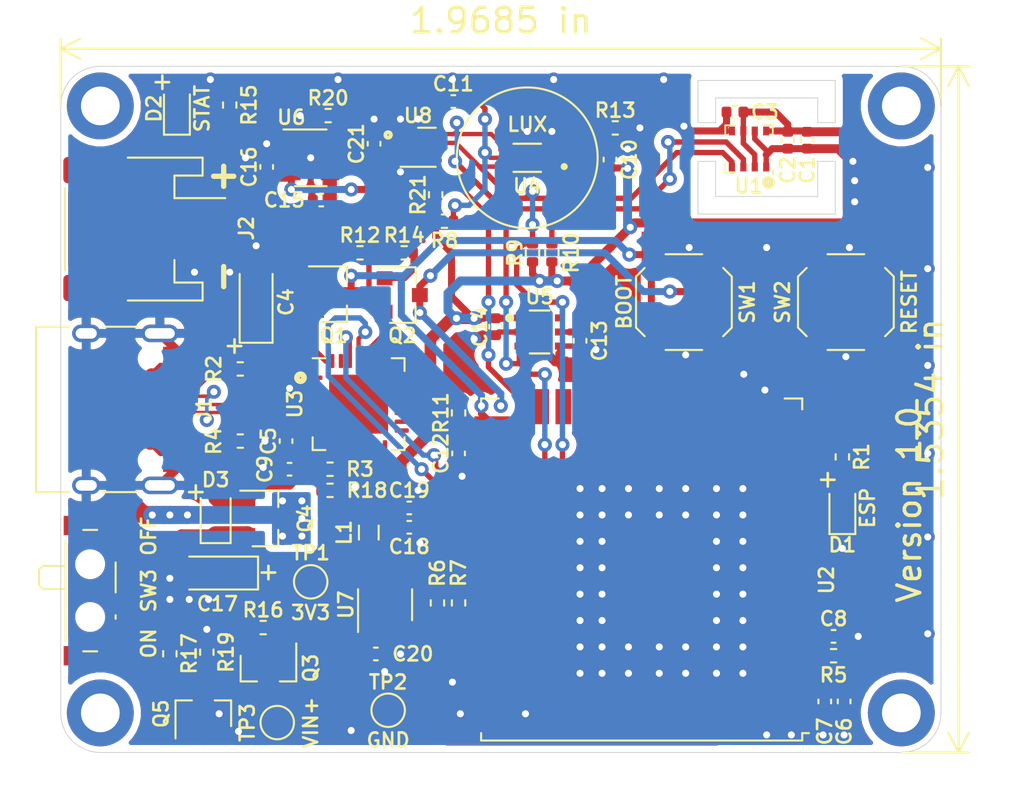
<source format=kicad_pcb>
(kicad_pcb (version 20241229) (generator "pcbnew") (generator_version "9.0")
  (layers (0 "F.Cu" signal) (2 "B.Cu" signal) (13 "F.Paste" user) (15 "B.Paste" user) (5 "F.SilkS" user) (7 "B.SilkS" user) (1 "F.Mask" user) (3 "B.Mask" user) (25 "Edge.Cuts" user))
  (net 0 "")
  (net 1 "GND")
  (net 2 "VBUS")
  (net 3 "+3V3")
  (net 4 "RESET")
  (net 5 "Net-(D1-Pad2)")
  (net 6 "Net-(D2-Pad2)")
  (net 7 "Net-(J1-PadB5)")
  (net 8 "D+")
  (net 9 "D-")
  (net 10 "Net-(J1-PadA5)")
  (net 11 "SCL")
  (net 12 "SDA")
  (net 13 "BOOT")
  (net 14 "DTR")
  (net 15 "Net-(Q1-Pad1)")
  (net 16 "RTS")
  (net 17 "Net-(Q2-Pad1)")
  (net 18 "Net-(R3-Pad2)")
  (net 19 "RXD")
  (net 20 "TXD")
  (net 21 "Net-(U2-Pad32)")
  (net 22 "Net-(U2-Pad20)")
  (net 23 "Net-(U2-Pad17)")
  (net 24 "Net-(U2-Pad4)")
  (net 25 "Net-(U2-Pad6)")
  (net 26 "Net-(C11-Pad1)")
  (net 27 "IO18")
  (net 28 "Net-(U2-Pad28)")
  (net 29 "Net-(U2-Pad31)")
  (net 30 "Net-(U2-Pad29)")
  (net 31 "Net-(U2-Pad26)")
  (net 32 "Net-(U2-Pad24)")
  (net 33 "Net-(U2-Pad23)")
  (net 34 "Net-(U2-Pad16)")
  (net 35 "Net-(C5-Pad1)")
  (net 36 "+BATT")
  (net 37 "/PWR+")
  (net 38 "/VIN+")
  (net 39 "Net-(D2-Pad1)")
  (net 40 "Net-(J1-PadA8)")
  (net 41 "Net-(J1-PadB8)")
  (net 42 "Net-(L1-Pad1)")
  (net 43 "Net-(Q3-Pad1)")
  (net 44 "Net-(Q5-Pad1)")
  (net 45 "Net-(R6-Pad1)")
  (net 46 "Net-(R7-Pad2)")
  (net 47 "Net-(R13-Pad1)")
  (net 48 "Net-(R17-Pad2)")
  (net 49 "Net-(R20-Pad1)")
  (net 50 "Net-(SW3-Pad1)")
  (net 51 "Net-(U2-Pad27)")
  (net 52 "Net-(U2-Pad22)")
  (net 53 "Net-(U2-Pad21)")
  (net 54 "Net-(U2-Pad19)")
  (net 55 "Net-(U2-Pad18)")
  (net 56 "Net-(U2-Pad14)")
  (net 57 "Net-(U2-Pad12)")
  (net 58 "Net-(U2-Pad11)")
  (net 59 "Net-(U2-Pad10)")
  (net 60 "Net-(U2-Pad9)")
  (net 61 "Net-(U2-Pad8)")
  (net 62 "Net-(U2-Pad7)")
  (net 63 "Net-(U2-Pad5)")
  (net 64 "Net-(U3-Pad27)")
  (net 65 "Net-(U3-Pad23)")
  (net 66 "Net-(U3-Pad22)")
  (net 67 "Net-(U3-Pad21)")
  (net 68 "Net-(U3-Pad20)")
  (net 69 "Net-(U3-Pad19)")
  (net 70 "Net-(U3-Pad18)")
  (net 71 "Net-(U3-Pad17)")
  (net 72 "Net-(U3-Pad16)")
  (net 73 "Net-(U3-Pad15)")
  (net 74 "Net-(U3-Pad14)")
  (net 75 "Net-(U3-Pad13)")
  (net 76 "Net-(U3-Pad12)")
  (net 77 "Net-(U3-Pad11)")
  (net 78 "Net-(U3-Pad10)")
  (net 79 "Net-(U3-Pad2)")
  (net 80 "Net-(U3-Pad1)")
  (net 81 "IO14")
  (net 82 "Net-(U2-Pad37)")
  (footprint "Capacitor_SMD:C_0402_1005Metric" (layer "F.Cu") (at 42.4 4.2 -90)
    (property "Reference" "C1")
    (property "Value" "10uF")
  )
  (footprint "Capacitor_SMD:C_0402_1005Metric" (layer "F.Cu") (at 41.3 4.2 -90)
    (property "Reference" "C2")
    (property "Value" "0.1uF")
  )
  (footprint "Capacitor_SMD:C_0402_1005Metric" (layer "F.Cu") (at 38.3 2.6 180)
    (property "Reference" "C3")
    (property "Value" "0.1uF")
  )
  (footprint "Capacitor_Tantalum_SMD:CP_EIA-3216-18_Kemet-A" (layer "F.Cu") (at 11.1 13.4 90)
    (property "Reference" "C4")
    (property "Value" "10uF")
  )
  (footprint "Capacitor_SMD:C_0402_1005Metric" (layer "F.Cu") (at 12.8 21.3 -90)
    (property "Reference" "C5")
    (property "Value" "0.1uF")
  )
  (footprint "Capacitor_SMD:C_0402_1005Metric" (layer "F.Cu") (at 44.5 36.1 -90)
    (property "Reference" "C6")
    (property "Value" "10uF")
  )
  (footprint "Capacitor_SMD:C_0402_1005Metric" (layer "F.Cu") (at 43.9 32.4)
    (property "Reference" "C8")
    (property "Value" "1uF")
  )
  (footprint "Capacitor_SMD:C_0402_1005Metric" (layer "F.Cu") (at 13 22.9 180)
    (property "Reference" "C9")
    (property "Value" "0.1uF")
  )
  (footprint "Capacitor_SMD:C_0402_1005Metric" (layer "F.Cu") (at 31.2 5.3 90)
    (property "Reference" "C10")
    (property "Value" "0.1uF")
  )
  (footprint "Capacitor_SMD:C_0402_1005Metric" (layer "F.Cu") (at 22.3 2 180)
    (property "Reference" "C11")
    (property "Value" "1uF")
  )
  (footprint "Capacitor_SMD:C_0402_1005Metric" (layer "F.Cu") (at 22.6 22 -90)
    (property "Reference" "C12")
    (property "Value" "1uF")
  )
  (footprint "Capacitor_SMD:C_0402_1005Metric" (layer "F.Cu") (at 29.5 15.6 -90)
    (property "Reference" "C13")
    (property "Value" "1uF")
  )
  (footprint "Capacitor_SMD:C_0402_1005Metric" (layer "F.Cu") (at 24.7 14.8 -90)
    (property "Reference" "C14")
    (property "Value" "0.1uF")
  )
  (footprint "Capacitor_SMD:C_0402_1005Metric" (layer "F.Cu") (at 14.8 7.6 180)
    (property "Reference" "C15")
    (property "Value" "10uF")
  )
  (footprint "Capacitor_SMD:C_0402_1005Metric" (layer "F.Cu") (at 11.7 5.72 90)
    (property "Reference" "C16")
    (property "Value" "10uF")
  )
  (footprint "Capacitor_SMD:C_0402_1005Metric" (layer "F.Cu") (at 19.8 26.2)
    (property "Reference" "C18")
    (property "Value" "10uF")
  )
  (footprint "Capacitor_SMD:C_0402_1005Metric" (layer "F.Cu") (at 19.8 25.1)
    (property "Reference" "C19")
    (property "Value" "0.1uF")
  )
  (footprint "Capacitor_SMD:C_0402_1005Metric" (layer "F.Cu") (at 17.9 33.4)
    (property "Reference" "C20")
    (property "Value" "4.7uF")
  )
  (footprint "Capacitor_SMD:C_0402_1005Metric" (layer "F.Cu") (at 17.8 4.4 90)
    (property "Reference" "C21")
    (property "Value" "0.1uF")
  )
  (footprint "LED_SMD:LED_0603_1608Metric" (layer "F.Cu") (at 44.4 25.1 90)
    (property "Reference" "D1")
    (property "Value" "ESP")
  )
  (footprint "LED_SMD:LED_0603_1608Metric" (layer "F.Cu") (at 6.6 2.4 90)
    (property "Reference" "D2")
    (property "Value" "STAT")
  )
  (footprint "Diode_SMD:D_SOD-323" (layer "F.Cu") (at 8.8 25.6 90)
    (property "Reference" "D3")
    (property "Value" "1N5819WS")
  )
  (footprint "MountingHole:MountingHole_2.2mm_M2_DIN965_Pad" (layer "F.Cu") (at 2.25 2.25)
    (property "Reference" "H1")
    (property "Value" "M2")
  )
  (footprint "MountingHole:MountingHole_2.2mm_M2_DIN965_Pad" (layer "F.Cu") (at 2.25 36.75)
    (property "Reference" "H2")
    (property "Value" "M2")
  )
  (footprint "MountingHole:MountingHole_2.2mm_M2_DIN965_Pad" (layer "F.Cu") (at 47.75 36.75)
    (property "Reference" "H3")
    (property "Value" "M2")
  )
  (footprint "MountingHole:MountingHole_2.2mm_M2_DIN965_Pad" (layer "F.Cu") (at 47.75 2.25)
    (property "Reference" "H4")
    (property "Value" "M2")
  )
  (footprint "myFootprints:USB_C_Receptacle_HRO_TYPE-C-31-M-12" (layer "F.Cu") (at 2.5 19.5 -90)
    (property "Reference" "J1")
    (property "Value" "TYPE-C-31-M-12")
  )
  (footprint "myFootprints:JST_PH_S2B-PH-SM4-TB_1x02-1MP_P2.00mm_Horizontal" (layer "F.Cu") (at 4.75 9.25 -90)
    (property "Reference" "J2")
    (property "Value" "S2B-PH")
  )
  (footprint "Inductor_SMD:L_0805_2012Metric" (layer "F.Cu") (at 17.5 26.5 90)
    (property "Reference" "L1")
    (property "Value" "2.2uH")
  )
  (footprint "Package_TO_SOT_SMD:SOT-23" (layer "F.Cu") (at 19.4 13)
    (property "Reference" "Q2")
    (property "Value" "SS8050")
  )
  (footprint "Package_TO_SOT_SMD:SOT-23" (layer "F.Cu") (at 11.8 34.2 -90)
    (property "Reference" "Q3")
    (property "Value" "SI2301CDS-T1-GE3")
  )
  (footprint "Package_TO_SOT_SMD:SOT-23" (layer "F.Cu") (at 11.6 25.7)
    (property "Reference" "Q4")
    (property "Value" "SI2301CDS-T1-GE3")
  )
  (footprint "Package_TO_SOT_SMD:SOT-23" (layer "F.Cu") (at 8.1 36.8 90)
    (property "Reference" "Q5")
    (property "Value" "2N7002")
  )
  (footprint "Resistor_SMD:R_0402_1005Metric" (layer "F.Cu") (at 44.4 22.2 -90)
    (property "Reference" "R1")
    (property "Value" "470R")
  )
  (footprint "Resistor_SMD:R_0402_1005Metric" (layer "F.Cu") (at 10.2 17.2 180)
    (property "Reference" "R2")
    (property "Value" "5.1K")
  )
  (footprint "Resistor_SMD:R_0402_1005Metric" (layer "F.Cu") (at 15.3 22.9)
    (property "Reference" "R3")
    (property "Value" "10K")
  )
  (footprint "Resistor_SMD:R_0402_1005Metric" (layer "F.Cu") (at 10.2 21.3 180)
    (property "Reference" "R4")
    (property "Value" "5.1K")
  )
  (footprint "Resistor_SMD:R_0402_1005Metric" (layer "F.Cu") (at 43.9 33.5)
    (property "Reference" "R5")
    (property "Value" "10K")
  )
  (footprint "Resistor_SMD:R_0402_1005Metric" (layer "F.Cu") (at 21.4 30.5 90)
    (property "Reference" "R6")
    (property "Value" "1K")
  )
  (footprint "Resistor_SMD:R_0402_1005Metric" (layer "F.Cu") (at 22.6 30.5 -90)
    (property "Reference" "R7")
    (property "Value" "1K")
  )
  (footprint "Resistor_SMD:R_0402_1005Metric" (layer "F.Cu") (at 21.8 8.8)
    (property "Reference" "R8")
    (property "Value" "1K")
  )
  (footprint "Resistor_SMD:R_0402_1005Metric" (layer "F.Cu") (at 26.8 10.6 90)
    (property "Reference" "R9")
    (property "Value" "10K")
  )
  (footprint "Resistor_SMD:R_0402_1005Metric" (layer "F.Cu") (at 27.9 10.6 90)
    (property "Reference" "R10")
    (property "Value" "10K")
  )
  (footprint "Resistor_SMD:R_0402_1005Metric" (layer "F.Cu") (at 22.6 19.7 90)
    (property "Reference" "R11")
    (property "Value" "10K")
  )
  (footprint "Resistor_SMD:R_0402_1005Metric" (layer "F.Cu") (at 31.5 3.5)
    (property "Reference" "R13")
    (property "Value" "1K")
  )
  (footprint "Resistor_SMD:R_0402_1005Metric" (layer "F.Cu") (at 19.51 10.6)
    (property "Reference" "R14")
    (property "Value" "10K")
  )
  (footprint "Resistor_SMD:R_0402_1005Metric" (layer "F.Cu") (at 9.6 2.2 90)
    (property "Reference" "R15")
    (property "Value" "1K")
  )
  (footprint "Resistor_SMD:R_0402_1005Metric" (layer "F.Cu") (at 11.5 31.9)
    (property "Reference" "R16")
    (property "Value" "10K")
  )
  (footprint "Resistor_SMD:R_0402_1005Metric" (layer "F.Cu") (at 6.2 33.39 90)
    (property "Reference" "R17")
    (property "Value" "470R")
  )
  (footprint "Resistor_SMD:R_0402_1005Metric" (layer "F.Cu") (at 15.3 24.1)
    (property "Reference" "R18")
    (property "Value" "100K")
  )
  (footprint "Resistor_SMD:R_0402_1005Metric" (layer "F.Cu") (at 8.3 33.3 90)
    (property "Reference" "R19")
    (property "Value" "10K")
  )
  (footprint "Resistor_SMD:R_0402_1005Metric" (layer "F.Cu") (at 15.19 2.8 180)
    (property "Reference" "R20")
    (property "Value" "2K")
  )
  (footprint "Resistor_SMD:R_0402_1005Metric" (layer "F.Cu") (at 21.3 7.3 90)
    (property "Reference" "R21")
    (property "Value" "10K")
  )
  (footprint "myFootprints:SW_SPST_SKQG_WithoutStem" (layer "F.Cu") (at 35.4 13.4 -90)
    (property "Reference" "SW1")
    (property "Value" "BOOT")
  )
  (footprint "myFootprints:SW_SPST_SKQG_WithoutStem" (layer "F.Cu") (at 44.6 13.4 90)
    (property "Reference" "SW2")
    (property "Value" "RESET")
  )
  (footprint "myFootprints:Slide_switch_K3-1296S-E1" (layer "F.Cu") (at 2 29.8 -90)
    (property "Reference" "SW3")
    (property "Value" "K3-1296S-E1")
  )
  (footprint "TestPoint:TestPoint_Pad_D1.5mm" (layer "F.Cu") (at 14.2 29.3)
    (property "Reference" "TP1")
    (property "Value" "3V3")
  )
  (footprint "TestPoint:TestPoint_Pad_D1.5mm" (layer "F.Cu") (at 18.6 36.6 -90)
    (property "Reference" "TP2")
    (property "Value" "GND")
  )
  (footprint "Package_LGA:Bosch_LGA-8_2.5x2.5mm_P0.65mm_ClockwisePinNumbering" (layer "F.Cu") (at 39.1 4.7 180)
    (property "Reference" "U1")
    (property "Value" "BME280")
  )
  (footprint "Package_DFN_QFN:QFN-28-1EP_5x5mm_P0.5mm_EP3.35x3.35mm" (layer "F.Cu") (at 16.92 19.2)
    (property "Reference" "U3")
    (property "Value" "CP2102-GMR")
  )
  (footprint "myFootprints:SGP40-D-R4" (layer "F.Cu") (at 27.2 15.1)
    (property "Reference" "U5")
    (property "Value" "SGP30-2.5K")
  )
  (footprint "Package_TO_SOT_SMD:SOT-23-5" (layer "F.Cu") (at 14.2 5.2)
    (property "Reference" "U6")
    (property "Value" "MCP73831T-2ACI/OT")
  )
  (footprint "Package_TO_SOT_SMD:TSOT-23-5" (layer "F.Cu") (at 18.4 30.6 90)
    (property "Reference" "U7")
    (property "Value" "LM3671MFX-3.3/NOPB")
  )
  (footprint "Package_DFN_QFN:DFN-8-1EP_2x2mm_P0.5mm_EP0.6x1.2mm" (layer "F.Cu") (at 20.3 4.6)
    (property "Reference" "U8")
    (property "Value" "MAX17048G+T10")
  )
  (footprint "RF_Module:ESP32-WROOM-32U" (layer "F.Cu") (at 33 28.6 180)
    (property "Reference" "U2")
    (property "Value" "ESP32-WROOM-32UE-N8")
  )
  (footprint "Package_TO_SOT_SMD:SOT-23" (layer "F.Cu") (at 15.5 12.95)
    (property "Reference" "Q1")
    (property "Value" "SS8050")
  )
  (footprint "Resistor_SMD:R_0402_1005Metric" (layer "F.Cu") (at 17 10.6 180)
    (property "Reference" "R12")
    (property "Value" "10K")
  )
  (footprint "TestPoint:TestPoint_Pad_D1.5mm" (layer "F.Cu") (at 12.3 37.3)
    (property "Reference" "TP3")
    (property "Value" "VIN+")
  )
  (footprint "Capacitor_SMD:C_0402_1005Metric" (layer "F.Cu") (at 43.4 36.1 -90)
    (property "Reference" "C7")
    (property "Value" "0.1uF")
  )
  (footprint "myFootprints:BH1750FVI-TR" (layer "F.Cu") (at 26.5 5.2 180)
    (property "Reference" "U4")
    (property "Value" "BH1750FVI-TR")
  )
  (footprint "Capacitor_Tantalum_SMD:CP_EIA-3216-18_Kemet-A" (layer "F.Cu") (at 8.9 28.8 180)
    (property "Reference" "C17")
    (property "Value" "10uF")
  )
  (gr_line (start 47.75 0) (end 2.25 0) (stroke (width 0.05)) (layer "Edge.Cuts"))
  (gr_line (start 44 3.2) (end 43 3.2) (stroke (width 0.05)) (layer "Edge.Cuts"))
  (gr_line (start 36.2 5.4) (end 37.2 5.4) (stroke (width 0.05)) (layer "Edge.Cuts"))
  (gr_arc (start 2.25 39) (mid 0.65901 38.34099) (end 0 36.75) (stroke (width 0.05)) (layer "Edge.Cuts"))
  (gr_arc (start 50 36.75) (mid 49.34099 38.34099) (end 47.75 39) (stroke (width 0.05)) (layer "Edge.Cuts"))
  (gr_arc (start 47.75 0) (mid 49.34099 0.65901) (end 50 2.25) (stroke (width 0.05)) (layer "Edge.Cuts"))
  (gr_line (start 2.25 39) (end 47.75 39) (stroke (width 0.05)) (layer "Edge.Cuts"))
  (gr_line (start 36.2 8.4) (end 36.2 5.4) (stroke (width 0.05)) (layer "Edge.Cuts"))
  (gr_line (start 44 5.4) (end 44 8.4) (stroke (width 0.05)) (layer "Edge.Cuts"))
  (gr_line (start 37.2 5.4) (end 37.2 7.4) (stroke (width 0.05)) (layer "Edge.Cuts"))
  (gr_line (start 37.2 7.4) (end 43 7.4) (stroke (width 0.05)) (layer "Edge.Cuts"))
  (gr_arc (start 0 2.25) (mid 0.65901 0.65901) (end 2.25 0) (stroke (width 0.05)) (layer "Edge.Cuts"))
  (gr_line (start 36.2 0.8) (end 44 0.8) (stroke (width 0.05)) (layer "Edge.Cuts"))
  (gr_line (start 43 1.8) (end 37.2 1.8) (stroke (width 0.05)) (layer "Edge.Cuts"))
  (gr_line (start 44 8.4) (end 36.2 8.4) (stroke (width 0.05)) (layer "Edge.Cuts"))
  (gr_line (start 36.2 3.2) (end 36.2 0.8) (stroke (width 0.05)) (layer "Edge.Cuts"))
  (gr_line (start 44 0.8) (end 44 3.2) (stroke (width 0.05)) (layer "Edge.Cuts"))
  (gr_line (start 50 36.75) (end 50 2.25) (stroke (width 0.05)) (layer "Edge.Cuts"))
  (gr_line (start 43 5.4) (end 44 5.4) (stroke (width 0.05)) (layer "Edge.Cuts"))
  (gr_line (start 43 3.2) (end 43 1.8) (stroke (width 0.05)) (layer "Edge.Cuts"))
  (gr_line (start 0 2.25) (end 0 36.75) (stroke (width 0.05)) (layer "Edge.Cuts"))
  (gr_line (start 37.2 3.2) (end 36.2 3.2) (stroke (width 0.05)) (layer "Edge.Cuts"))
  (gr_line (start 37.2 1.8) (end 37.2 3.2) (stroke (width 0.05)) (layer "Edge.Cuts"))
  (gr_line (start 43 7.4) (end 43 5.4) (stroke (width 0.05)) (layer "Edge.Cuts"))
  (gr_text "Version 1.0" (at 48.2 24.9 90) (layer "F.SilkS") (effects (font (size 1.3 1.3) (thickness 0.2))))
  (dimension (type aligned) (layer "F.SilkS") (pts (xy 50 2.25) (xy 0 2.25)) (height 3.25) (format (prefix "") (suffix "") (units 0) (units_format 1) (precision 4)) (style (thickness 0.12) (arrow_length 1.27) (text_position_mode 0) (arrow_direction outward) (extension_height 0.58642) (extension_offset 0) (keep_text_aligned yes)) (gr_text "1.9685 in" (at 25 -2.6 0) (layer "F.SilkS") (effects (font (size 1.4 1.4) (thickness 0.2)))))
  (dimension (type aligned) (layer "F.SilkS") (pts (xy 47.75 39) (xy 47.75 0)) (height 3.25) (format (prefix "") (suffix "") (units 0) (units_format 1) (precision 4)) (style (thickness 0.12) (arrow_length 1.27) (text_position_mode 0) (arrow_direction outward) (extension_height 0.58642) (extension_offset 0) (keep_text_aligned yes)) (gr_text "1.5354 in" (at 49.4 19.5 90) (layer "F.SilkS") (effects (font (size 1.4 1.4) (thickness 0.2)))))
  (segment (start 42.4 4.68) (end 40.42 4.68) (width 0.4) (layer "F.Cu") (net 1))
  (segment (start 19.325 3.85) (end 19.325 3.025) (width 0.25) (layer "F.Cu") (net 1))
  (segment (start 7.6 10.25) (end 7.6 11.7) (width 0.8128) (layer "F.Cu") (net 1))
  (segment (start 37.82 2.6) (end 37.82 3.28) (width 0.4) (layer "F.Cu") (net 1))
  (segment (start 40.445 36.855) (end 40.1 37.2) (width 0.8128) (layer "F.Cu") (net 1))
  (segment (start 26.05 15.1) (end 27.2 15.1) (width 0.3048) (layer "F.Cu") (net 1))
  (segment (start 43.125 36.855) (end 43.4 36.58) (width 0.508) (layer "F.Cu") (net 1))
  (segment (start 7.6 10.25) (end 11.05 10.25) (width 0.8128) (layer "F.Cu") (net 1))
  (segment (start 18.4 31.91) (end 18.4 33.38) (width 0.6604) (layer "F.Cu") (net 1))
  (segment (start 28.35 15.9) (end 29.32 15.9) (width 0.3048) (layer "F.Cu") (net 1))
  (segment (start 9.05 36.85) (end 9 36.8) (width 0.508) (layer "F.Cu") (net 1))
  (segment (start 20.3 4.43026) (end 20.3 4.6) (width 0.25) (layer "F.Cu") (net 1))
  (segment (start 8.3 32.79) (end 8.3 32) (width 0.508) (layer "F.Cu") (net 1))
  (segment (start 6.545 16.095) (end 5.63 15.18) (width 0.508) (layer "F.Cu") (net 1))
  (segment (start 42.4 4.68) (end 44.28 4.68) (width 0.508) (layer "F.Cu") (net 1))
  (segment (start 20.3 4.76974) (end 20.3 4.6) (width 0.25) (layer "F.Cu") (net 1))
  (segment (start 20.28 27.08) (end 20.3 27.1) (width 0.508) (layer "F.Cu") (net 1))
  (segment (start 44.5 36.58) (end 44.5 38) (width 0.508) (layer "F.Cu") (net 1))
  (segment (start 23.485715 15.285715) (end 23.72 15.28) (width 0.3048) (layer "F.Cu") (net 1))
  (segment (start 11.7 5.24) (end 11.7 4.4) (width 0.508) (layer "F.Cu") (net 1))
  (segment (start 29.9 16.8) (end 30.4 16.3) (width 0.508) (layer "F.Cu") (net 1))
  (segment (start 13.1 5.2) (end 11.74 5.2) (width 0.508) (layer "F.Cu") (net 1))
  (segment (start 24.88 15.1) (end 24.7 15.28) (width 0.3048) (layer "F.Cu") (net 1))
  (segment (start 29.5 16.08) (end 30.38 16.08) (width 0.3048) (layer "F.Cu") (net 1))
  (segment (start 13.4 18.7) (end 13 18.3) (width 0.3048) (layer "F.Cu") (net 1))
  (segment (start 40.42 4.68) (end 40.075 5.025) (width 0.4) (layer "F.Cu") (net 1))
  (segment (start 6.545 16.25) (end 6.545 16.095) (width 0.508) (layer "F.Cu") (net 1))
  (segment (start 22.6 22.48) (end 22.6 23.1) (width 0.4) (layer "F.Cu") (net 1))
  (segment (start 19.71974 3.85) (end 20.3 4.43026) (width 0.25) (layer "F.Cu") (net 1))
  (segment (start 16.42 18.7) (end 16.92 19.2) (width 0.3048) (layer "F.Cu") (net 1))
  (segment (start 16.5 24.1) (end 16.7 23.9) (width 0.508) (layer "F.Cu") (net 1))
  (segment (start 37.425 3.675) (end 36.525 3.675) (width 0.3048) (layer "F.Cu") (net 1))
  (segment (start 24.5 36.855) (end 22.755 36.855) (width 0.8128) (layer "F.Cu") (net 1))
  (segment (start 29.32 15.9) (end 29.5 16.08) (width 0.3048) (layer "F.Cu") (net 1))
  (segment (start 21.275 4.85) (end 20.55 4.85) (width 0.25) (layer "F.Cu") (net 1))
  (segment (start 20.28 24.12) (end 20.3 24.1) (width 0.508) (layer "F.Cu") (net 1))
  (segment (start 28.1 16.8) (end 29.9 16.8) (width 0.508) (layer "F.Cu") (net 1))
  (segment (start 27.875 4.7) (end 27.875 3.725) (width 0.25) (layer "F.Cu") (net 1))
  (segment (start 43.4 36.58) (end 43.4 37.9) (width 0.508) (layer "F.Cu") (net 1))
  (segment (start 18.4 33.38) (end 18.38 33.4) (width 0.6604) (layer "F.Cu") (net 1))
  (segment (start 39.425 3.675) (end 39.425 4.125) (width 0.3048) (layer "F.Cu") (net 1))
  (segment (start 13.1 5.2) (end 14.2 5.2) (width 0.508) (layer "F.Cu") (net 1))
  (segment (start 44.28 4.68) (end 45 5.4) (width 0.508) (layer "F.Cu") (net 1))
  (segment (start 40.075 5.025) (end 40.075 5.725) (width 0.3048) (layer "F.Cu") (net 1))
  (segment (start 23.72 15.28) (end 24.7 15.28) (width 0.3048) (layer "F.Cu") (net 1))
  (segment (start 39.425 4.125) (end 40.075 4.775) (width 0.3048) (layer "F.Cu") (net 1))
  (segment (start 41.5 36.855) (end 43.125 36.855) (width 0.508) (layer "F.Cu") (net 1))
  (segment (start 44.4 25.8875) (end 44.4 27.4) (width 0.4) (layer "F.Cu") (net 1))
  (segment (start 26.345 36.855) (end 26.4 36.8) (width 0.8128) (layer "F.Cu") (net 1))
  (segment (start 14.68 2.8) (end 13.6 2.8) (width 0.508) (layer "F.Cu") (net 1))
  (segment (start 27.2 15.9) (end 28.1 16.8) (width 0.508) (layer "F.Cu") (net 1))
  (segment (start 22.755 36.855) (end 22.7 36.8) (width 0.8128) (layer "F.Cu") (net 1))
  (segment (start 19.325 5.35) (end 19.71974 5.35) (width 0.25) (layer "F.Cu") (net 1))
  (segment (start 9.05 37.8) (end 10.1 37.8) (width 0.508) (layer "F.Cu") (net 1))
  (segment (start 11.05 10.25) (end 11.1 10.2) (width 0.8128) (layer "F.Cu") (net 1))
  (segment (start 19.325 3.85) (end 19.71974 3.85) (width 0.25) (layer "F.Cu") (net 1))
  (segment (start 14.47 18.7) (end 13.4 18.7) (width 0.3048) (layer "F.Cu") (net 1))
  (segment (start 43.4 37.9) (end 43.3 38) (width 0.508) (layer "F.Cu") (net 1))
  (segment (start 18.38 34.38) (end 18.4 34.4) (width 0.6604) (layer "F.Cu") (net 1))
  (segment (start 22.6 23.1) (end 22.8 23.3) (width 0.4) (layer "F.Cu") (net 1))
  (segment (start 40.1 37.2) (end 40.1 38) (width 0.8128) (layer "F.Cu") (net 1))
  (segment (start 10.54 5.24) (end 10.5 5.2) (width 0.508) (layer "F.Cu") (net 1))
  (segment (start 14.47 18.7) (end 16.42 18.7) (width 0.3048) (layer "F.Cu") (net 1))
  (segment (start 9.05 37.8) (end 9.05 36.85) (width 0.508) (layer "F.Cu") (net 1))
  (segment (start 38.715 19.345) (end 38.715 17.585) (width 0.8128) (layer "F.Cu") (net 1))
  (segment (start 39.4 18.4) (end 40 18.4) (width 0.8128) (layer "F.Cu") (net 1))
  (segment (start 27.875 3.725) (end 27.9 3.7) (width 0.25) (layer "F.Cu") (net 1))
  (segment (start 44.38 32.4) (end 45.3 32.4) (width 0.4) (layer "F.Cu") (net 1))
  (segment (start 20.28 26.2) (end 20.28 27.08) (width 0.508) (layer "F.Cu") (net 1))
  (segment (start 15.81 24.1) (end 16.5 24.1) (width 0.508) (layer "F.Cu") (net 1))
  (segment (start 40.075 4.775) (end 40.075 5.025) (width 0.3048) (layer "F.Cu") (net 1))
  (segment (start 38.125 3.675) (end 37.775 3.675) (width 0.3048) (layer "F.Cu") (net 1))
  (segment (start 42.4 4.68) (end 44.08 4.68) (width 0.4) (layer "F.Cu") (net 1))
  (segment (start 35.675 3.675) (end 35.4 3.4) (width 0.4) (layer "F.Cu") (net 1))
  (segment (start 27.2 15.1) (end 27.2 15.9) (width 0.508) (layer "F.Cu") (net 1))
  (segment (start 19.325 5.975) (end 19.3 6) (width 0.25) (layer "F.Cu") (net 1))
  (segment (start 37.775 3.675) (end 37.425 3.675) (width 0.3048) (layer "F.Cu") (net 1))
  (segment (start 19.325 3.025) (end 19.3 3) (width 0.25) (layer "F.Cu") (net 1))
  (segment (start 20.28 25.1) (end 20.28 24.12) (width 0.508) (layer "F.Cu") (net 1))
  (segment (start 6.545 22.75) (end 6.545 22.905) (width 0.508) (layer "F.Cu") (net 1))
  (segment (start 30.38 16.08) (end 30.4 16.1) (width 0.3048) (layer "F.Cu") (net 1))
  (segment (start 38.715 17.585) (end 38.8 17.5) (width 0.8128) (layer "F.Cu") (net 1))
  (segment (start 18.38 33.4) (end 18.38 34.38) (width 0.6604) (layer "F.Cu") (net 1))
  (segment (start 11.74 5.2) (end 11.7 5.24) (width 0.508) (layer "F.Cu") (net 1))
  (segment (start 26.05 15.1) (end 24.88 15.1) (width 0.3048) (layer "F.Cu") (net 1))
  (segment (start 24.5 36.855) (end 26.345 36.855) (width 0.8128) (layer "F.Cu") (net 1))
  (segment (start 30.4 16.3) (end 30.4 16.1) (width 0.508) (layer "F.Cu") (net 1))
  (segment (start 11.7 5.24) (end 10.54 5.24) (width 0.508) (layer "F.Cu") (net 1))
  (segment (start 41.5 36.855) (end 40.445 36.855) (width 0.8128) (layer "F.Cu") (net 1))
  (segment (start 19.71974 5.35) (end 20.3 4.76974) (width 0.25) (layer "F.Cu") (net 1))
  (segment (start 20.55 4.85) (end 20.3 4.6) (width 0.25) (layer "F.Cu") (net 1))
  (segment (start 41.5 36.855) (end 41.5 38) (width 0.8128) (layer "F.Cu") (net 1))
  (segment (start 44.08 4.68) (end 44.7 5.3) (width 0.4) (layer "F.Cu") (net 1))
  (segment (start 26.5 5.2) (end 26.5 3.7) (width 0.508) (layer "F.Cu") (net 1))
  (segment (start 19.325 5.35) (end 19.325 5.975) (width 0.25) (layer "F.Cu") (net 1))
  (segment (start 37.775 3.675) (end 35.675 3.675) (width 0.4) (layer "F.Cu") (net 1))
  (segment (start 38.715 19.085) (end 39.4 18.4) (width 0.8128) (layer "F.Cu") (net 1))
  (segment (start 20.3 4.6) (end 20.3 3) (width 0.508) (layer "F.Cu") (net 1))
  (segment (start 6.545 22.905) (end 5.63 23.82) (width 0.508) (layer "F.Cu") (net 1))
  (segment (start 38.715 19.345) (end 38.715 19.085) (width 0.8128) (layer "F.Cu") (net 1))
  (segment (start 17.8 3.92) (end 17.8 3) (width 0.508) (layer "F.Cu") (net 1))
  (segment (start 37.82 3.28) (end 37.425 3.675) (width 0.4) (layer "F.Cu") (net 1))
  (segment (start 18.38 33.4) (end 19.3 33.4) (width 0.6604) (layer "F.Cu") (net 1))
  (via (at 34.25 0.75) (size 0.8) (drill 0.4) (layers "F.Cu" "B.Cu") (net 1))
  (via (at 30.4 16.1) (size 0.8) (drill 0.4) (layers "F.Cu" "B.Cu") (net 1))
  (via (at 26.5 3.7) (size 0.8) (drill 0.4) (layers "F.Cu" "B.Cu") (net 1))
  (via (at 29.5 24) (size 0.8) (drill 0.4) (layers "F.Cu" "B.Cu") (net 1))
  (via (at 8.3 32) (size 0.8) (drill 0.4) (layers "F.Cu" "B.Cu") (net 1))
  (via (at 30.75 28.5) (size 0.8) (drill 0.4) (layers "F.Cu" "B.Cu") (net 1))
  (via (at 29.5 25.5) (size 0.8) (drill 0.4) (layers "F.Cu" "B.Cu") (net 1))
  (via (at 30.75 27) (size 0.8) (drill 0.4) (layers "F.Cu" "B.Cu") (net 1))
  (via (at 6.2 30.3) (size 0.8) (drill 0.4) (layers "F.Cu" "B.Cu") (net 1))
  (via (at 35.5 24) (size 0.8) (drill 0.4) (layers "F.Cu" "B.Cu") (net 1))
  (via (at 27.9 3.7) (size 0.8) (drill 0.4) (layers "F.Cu" "B.Cu") (net 1))
  (via (at 35.5 33) (size 0.8) (drill 0.4) (layers "F.Cu" "B.Cu") (net 1))
  (via (at 10.1 37.8) (size 0.8) (drill 0.4) (layers "F.Cu" "B.Cu") (net 1))
  (via (at 37.25 27) (size 0.8) (drill 0.4) (layers "F.Cu" "B.Cu") (net 1))
  (via (at 16.7 23.9) (size 0.8) (drill 0.4) (layers "F.Cu" "B.Cu") (net 1))
  (via (at 11.1 10.2) (size 0.8) (drill 0.4) (layers "F.Cu" "B.Cu") (net 1))
  (via (at 41.5 38) (size 0.8) (drill 0.4) (layers "F.Cu" "B.Cu") (net 1))
  (via (at 22.7 36.8) (size 0.8) (drill 0.4) (layers "F.Cu" "B.Cu") (net 1))
  (via (at 14.2 5.2) (size 0.8) (drill 0.4) (layers "F.Cu" "B.Cu") (net 1))
  (via (at 22.25 0.75) (size 0.8) (drill 0.4) (layers "F.Cu" "B.Cu") (net 1))
  (via (at 20.3 24.1) (size 0.8) (drill 0.4) (layers "F.Cu" "B.Cu") (net 1))
  (via (at 37.25 25.5) (size 0.8) (drill 0.4) (layers "F.Cu" "B.Cu") (net 1))
  (via (at 40.1 10.3) (size 0.8) (drill 0.4) (layers "F.Cu" "B.Cu") (net 1))
  (via (at 38.75 24) (size 0.8) (drill 0.4) (layers "F.Cu" "B.Cu") (net 1))
  (via (at 49.25 22) (size 0.8) (drill 0.4) (layers "F.Cu" "B.Cu") (net 1))
  (via (at 26.4 36.8) (size 0.8) (drill 0.4) (layers "F.Cu" "B.Cu") (net 1))
  (via (at 37.25 31.5) (size 0.8) (drill 0.4) (layers "F.Cu" "B.Cu") (net 1))
  (via (at 35.5 34.5) (size 0.8) (drill 0.4) (layers "F.Cu" "B.Cu") (net 1))
  (via (at 30.75 31.5) (size 0.8) (drill 0.4) (layers "F.Cu" "B.Cu") (net 1))
  (via (at 35.4 3.4) (size 0.8) (drill 0.4) (layers "F.Cu" "B.Cu") (net 1))
  (via (at 45.1 6.5) (size 0.8) (drill 0.4) (layers "F.Cu" "B.Cu") (net 1))
  (via (at 38.75 31.5) (size 0.8) (drill 0.4) (layers "F.Cu" "B.Cu") (net 1))
  (via (at 7.6 11.7) (size 0.8) (drill 0.4) (layers "F.Cu" "B.Cu") (net 1))
  (via (at 10.5 5.2) (size 0.8) (drill 0.4) (layers "F.Cu" "B.Cu") (net 1))
  (via (at 11.6 21.3) (size 0.8) (drill 0.4) (layers "F.Cu" "B.Cu") (net 1))
  (via (at 35.5 25.5) (size 0.8) (drill 0.4) (layers "F.Cu" "B.Cu") (net 1))
  (via (at 23.485715 15.5) (size 0.8) (drill 0.4) (layers "F.Cu" "B.Cu") (net 1))
  (via (at 29.5 34.5) (size 0.8) (drill 0.4) (layers "F.Cu" "B.Cu") (net 1))
  (via (at 19.3 3) (size 0.8) (drill 0.4) (layers "F.Cu" "B.Cu") (net 1))
  (via (at 37.25 34.5) (size 0.8) (drill 0.4) (layers "F.Cu" "B.Cu") (net 1))
  (via (at 45 5.4) (size 0.8) (drill 0.4) (layers "F.Cu" "B.Cu") (net 1))
  (via (at 32.9 3.5) (size 0.8) (drill 0.4) (layers "F.Cu" "B.Cu") (net 1))
  (via (at 29.5 33) (size 0.8) (drill 0.4) (layers "F.Cu" "B.Cu") (net 1))
  (via (at 49.25 17) (size 0.8) (drill 0.4) (layers "F.Cu" "B.Cu") (net 1))
  (via (at 13 18.3) (size 0.8) (drill 0.4) (layers "F.Cu" "B.Cu") (net 1))
  (via (at 16.5 37.75) (size 0.8) (drill 0.4) (layers "F.Cu" "B.Cu") (net 1))
  (via (at 20.4 27.1) (size 0.8) (drill 0.4) (layers "F.Cu" "B.Cu") (net 1))
  (via (at 22.25 35) (size 0.8) (drill 0.4) (layers "F.Cu" "B.Cu") (net 1))
  (via (at 34 24) (size 0.8) (drill 0.4) (layers "F.Cu" "B.Cu") (net 1))
  (via (at 44.8 10.3) (size 0.8) (drill 0.4) (layers "F.Cu" "B.Cu") (net 1))
  (via (at 8.5 0.75) (size 0.8) (drill 0.4) (layers "F.Cu" "B.Cu") (net 1))
  (via (at 19.3 6) (size 0.8) (drill 0.4) (layers "F.Cu" "B.Cu") (net 1))
  (via (at 28 0.75) (size 0.8) (drill 0.4) (layers "F.Cu" "B.Cu") (net 1))
  (via (at 37.25 33) (size 0.8) (drill 0.4) (layers "F.Cu" "B.Cu") (net 1))
  (via (at 38.75 28.5) (size 0.8) (drill 0.4) (layers "F.Cu" "B.Cu") (net 1))
  (via (at 35.7 10.3) (size 0.8) (drill 0.4) (layers "F.Cu" "B.Cu") (net 1))
  (via (at 6.2 29.1) (size 0.8) (drill 0.4) (layers "F.Cu" "B.Cu") (net 1))
  (via (at 8.4 30.3) (size 0.8) (drill 0.4) (layers "F.Cu" "B.Cu") (net 1))
  (via (at 49.25 26.75) (size 0.8) (drill 0.4) (layers "F.Cu" "B.Cu") (net 1))
  (via (at 43.3 38) (size 0.8) (drill 0.4) (layers "F.Cu" "B.Cu") (net 1))
  (via (at 30.75 24) (size 0.8) (drill 0.4) (layers "F.Cu" "B.Cu") (net 1))
  (via (at 49.25 5.75) (size 0.8) (drill 0.4) (layers "F.Cu" "B.Cu") (net 1))
  (via (at 40 18.4) (size 0.8) (drill 0.4) (layers "F.Cu" "B.Cu") (net 1))
  (via (at 29.5 27) (size 0.8) (drill 0.4) (layers "F.Cu" "B.Cu") (net 1))
  (via (at 34 33) (size 0.8) (drill 0.4) (layers "F.Cu" "B.Cu") (net 1))
  (via (at 7.3 30.3) (size 0.8) (drill 0.4) (layers "F.Cu" "B.Cu") (net 1))
  (via (at 45.1 7.7) (size 0.8) (drill 0.4) (layers "F.Cu" "B.Cu") (net 1))
  (via (at 38.8 17.5) (size 0.8) (drill 0.4) (layers "F.Cu" "B.Cu") (net 1))
  (via (at 49.25 32.25) (size 0.8) (drill 0.4) (layers "F.Cu" "B.Cu") (net 1))
  (via (at 30.75 30) (size 0.8) (drill 0.4) (layers "F.Cu" "B.Cu") (net 1))
  (via (at 37.25 24) (size 0.8) (drill 0.4) (layers "F.Cu" "B.Cu") (net 1))
  (via (at 20.3 3) (size 0.8) (drill 0.4) (layers "F.Cu" "B.Cu") (net 1))
  (via (at 38.75 33) (size 0.8) (drill 0.4) (layers "F.Cu" "B.Cu") (net 1))
  (via (at 9.6 11.7) (size 0.8) (drill 0.4) (layers "F.Cu" "B.Cu") (net 1))
  (via (at 22.8 23.3) (size 0.8) (drill 0.4) (layers "F.Cu" "B.Cu") (net 1))
  (via (at 30.75 33) (size 0.8) (drill 0.4) (layers "F.Cu" "B.Cu") (net 1))
  (via (at 38.75 25.5) (size 0.8) (drill 0.4) (layers "F.Cu" "B.Cu") (net 1))
  (via (at 11.7 4.4) (size 0.8) (drill 0.4) (layers "F.Cu" "B.Cu") (net 1))
  (via (at 37.25 30) (size 0.8) (drill 0.4) (layers "F.Cu" "B.Cu") (net 1))
  (via (at 30.75 34.5) (size 0.8) (drill 0.4) (layers "F.Cu" "B.Cu") (net 1))
  (via (at 32.25 34.5) (size 0.8) (drill 0.4) (layers "F.Cu" "B.Cu") (net 1))
  (via (at 30.75 25.5) (size 0.8) (drill 0.4) (layers "F.Cu" "B.Cu") (net 1))
  (via (at 35.5 16.4) (size 0.8) (drill 0.4) (layers "F.Cu" "B.Cu") (net 1))
  (via (at 32.25 33) (size 0.8) (drill 0.4) (layers "F.Cu" "B.Cu") (net 1))
  (via (at 40.1 38) (size 0.8) (drill 0.4) (layers "F.Cu" "B.Cu") (net 1))
  (via (at 32.25 24) (size 0.8) (drill 0.4) (layers "F.Cu" "B.Cu") (net 1))
  (via (at 13.6 2.8) (size 0.8) (drill 0.4) (layers "F.Cu" "B.Cu") (net 1))
  (via (at 17.8 3) (size 0.8) (drill 0.4) (layers "F.Cu" "B.Cu") (net 1))
  (via (at 44.6 16.5) (size 0.8) (drill 0.4) (layers "F.Cu" "B.Cu") (net 1))
  (via (at 18.4 34.4) (size 0.8) (drill 0.4) (layers "F.Cu" "B.Cu") (net 1))
  (via (at 32.25 25.5) (size 0.8) (drill 0.4) (layers "F.Cu" "B.Cu") (net 1))
  (via (at 29.5 30) (size 0.8) (drill 0.4) (layers "F.Cu" "B.Cu") (net 1))
  (via (at 29.5 28.5) (size 0.8) (drill 0.4) (layers "F.Cu" "B.Cu") (net 1))
  (via (at 32.2 4.7) (size 0.8) (drill 0.4) (layers "F.Cu" "B.Cu") (net 1))
  (via (at 34 25.5) (size 0.8) (drill 0.4) (layers "F.Cu" "B.Cu") (net 1))
  (via (at 19.3 33.4) (size 0.8) (drill 0.4) (layers "F.Cu" "B.Cu") (net 1))
  (via (at 11.5 22.8) (size 0.8) (drill 0.4) (layers "F.Cu" "B.Cu") (net 1))
  (via (at 38.75 30) (size 0.8) (drill 0.4) (layers "F.Cu" "B.Cu") (net 1))
  (via (at 38.75 34.5) (size 0.8) (drill 0.4) (layers "F.Cu" "B.Cu") (net 1))
  (via (at 29.5 31.5) (size 0.8) (drill 0.4) (layers "F.Cu" "B.Cu") (net 1))
  (via (at 34 34.5) (size 0.8) (drill 0.4) (layers "F.Cu" "B.Cu") (net 1))
  (via (at 44.4 27.4) (size 0.8) (drill 0.4) (layers "F.Cu" "B.Cu") (net 1))
  (via (at 15.75 0.75) (size 0.8) (drill 0.4) (layers "F.Cu" "B.Cu") (net 1))
  (via (at 9 36.8) (size 0.8) (drill 0.4) (layers "F.Cu" "B.Cu") (net 1))
  (via (at 37.25 28.5) (size 0.8) (drill 0.4) (layers "F.Cu" "B.Cu") (net 1))
  (via (at 38.75 27) (size 0.8) (drill 0.4) (layers "F.Cu" "B.Cu") (net 1))
  (via (at 45.3 32.4) (size 0.8) (drill 0.4) (layers "F.Cu" "B.Cu") (net 1))
  (via (at 44.5 38) (size 0.8) (drill 0.4) (layers "F.Cu" "B.Cu") (net 1))
  (via (at 49.25 11.5) (size 0.8) (drill 0.4) (layers "F.Cu" "B.Cu") (net 1))
  (segment (start 13.48 23.32) (end 13 23.8) (width 0.508) (layer "F.Cu") (net 2))
  (segment (start 15.28 8.32) (end 15.28 6.17) (width 0.8128) (layer "F.Cu") (net 2))
  (segment (start 11.95 14.75) (end 12.7 14) (width 0.8128) (layer "F.Cu") (net 2))
  (segment (start 15.42 21.65) (end 15.05 21.65) (width 0.25) (layer "F.Cu") (net 2))
  (segment (start 14.47 21.07) (end 14.47 21.59) (width 0.4) (layer "F.Cu") (net 2))
  (segment (start 6.545 17.05) (end 7.75 17.05) (width 0.508) (layer "F.Cu") (net 2))
  (segment (start 15.3 6) (end 16.8 4.5) (width 0.4) (layer "F.Cu") (net 2))
  (segment (start 5.117999 21.382001) (end 5.082001 21.382001) (width 0.8128) (layer "F.Cu") (net 2))
  (segment (start 4.1 18.635998) (end 5.167999 17.567999) (width 0.8128) (layer "F.Cu") (net 2))
  (segment (start 14.47 20.7) (end 14.47 21.07) (width 0.25) (layer "F.Cu") (net 2))
  (segment (start 4.1 20.4) (end 4.1 18.635998) (width 0.8128) (layer "F.Cu") (net 2))
  (segment (start 16.8 4.5) (end 16.8 2.1) (width 0.4) (layer "F.Cu") (net 2))
  (segment (start 8.8 23.2) (end 7.856401 22.256401) (width 0.8128) (layer "F.Cu") (net 2))
  (segment (start 15.28 6.17) (end 15.3 6.15) (width 0.8128) (layer "F.Cu") (net 2))
  (segment (start 16.8 2.1) (end 16.4 1.7) (width 0.4) (layer "F.Cu") (net 2))
  (segment (start 5.082001 21.382001) (end 4.1 20.4) (width 0.8128) (layer "F.Cu") (net 2))
  (segment (start 9 24.75) (end 8.8 24.55) (width 0.8128) (layer "F.Cu") (net 2))
  (segment (start 11.1 14.75) (end 10.05 14.75) (width 0.8128) (layer "F.Cu") (net 2))
  (segment (start 5.167999 17.567999) (end 5.685998 17.05) (width 0.4) (layer "F.Cu") (net 2))
  (segment (start 16.4 1.7) (end 11.2 1.7) (width 0.4) (layer "F.Cu") (net 2))
  (segment (start 13.48 22.9) (end 14.79 22.9) (width 0.4) (layer "F.Cu") (net 2))
  (segment (start 11.2 1.7) (end 10.19 2.71) (width 0.4) (layer "F.Cu") (net 2))
  (segment (start 6.545 21.95) (end 7.55 21.95) (width 0.508) (layer "F.Cu") (net 2))
  (segment (start 7.75 17.05) (end 7.95 16.85) (width 0.508) (layer "F.Cu") (net 2))
  (segment (start 10.19 2.71) (end 9.6 2.71) (width 0.4) (layer "F.Cu") (net 2))
  (segment (start 11.1 14.75) (end 11.95 14.75) (width 0.8128) (layer "F.Cu") (net 2))
  (segment (start 10.05 14.75) (end 7.95 16.85) (width 0.8128) (layer "F.Cu") (net 2))
  (segment (start 11.55 23.8) (end 10.6 24.75) (width 0.508) (layer "F.Cu") (net 2))
  (segment (start 14.79 24.1) (end 14.79 22.9) (width 0.508) (layer "F.Cu") (net 2))
  (segment (start 5.685998 21.95) (end 5.117999 21.382001) (width 0.4) (layer "F.Cu") (net 2))
  (segment (start 10.6 24.75) (end 9 24.75) (width 0.8128) (layer "F.Cu") (net 2))
  (segment (start 12.7 10.9) (end 15.28 8.32) (width 0.8128) (layer "F.Cu") (net 2))
  (segment (start 7.55 21.95) (end 8.1 22.5) (width 0.508) (layer "F.Cu") (net 2))
  (segment (start 15.3 6.15) (end 15.3 6) (width 0.4) (layer "F.Cu") (net 2))
  (segment (start 14.47 21.59) (end 14.79 21.91) (width 0.4) (layer "F.Cu") (net 2))
  (segment (start 8.8 24.55) (end 8.8 23.2) (width 0.8128) (layer "F.Cu") (net 2))
  (segment (start 14.79 21.91) (end 15.05 21.65) (width 0.4) (layer "F.Cu") (net 2))
  (segment (start 5.685998 17.05) (end 6.545 17.05) (width 0.4) (layer "F.Cu") (net 2))
  (segment (start 13 23.8) (end 11.55 23.8) (width 0.508) (layer "F.Cu") (net 2))
  (segment (start 6.545 21.95) (end 5.685998 21.95) (width 0.4) (layer "F.Cu") (net 2))
  (segment (start 13.48 22.9) (end 13.48 23.32) (width 0.508) (layer "F.Cu") (net 2))
  (segment (start 12.7 14) (end 12.7 10.9) (width 0.8128) (layer "F.Cu") (net 2))
  (segment (start 7.95 16.85) (end 8.3 16.5) (width 0.508) (layer "F.Cu") (net 2))
  (segment (start 14.79 22.9) (end 14.79 21.91) (width 0.4) (layer "F.Cu") (net 2))
  (segment (start 23.48 14.32) (end 23.68 14.32) (width 0.6604) (layer "F.Cu") (net 3))
  (segment (start 22.48 14.32) (end 23.48 14.32) (width 0.6604) (layer "F.Cu") (net 3))
  (segment (start 25.38 14.32) (end 25.4 14.3) (width 0.4) (layer "F.Cu") (net 3))
  (segment (start 32.18 5.78) (end 32.2 5.8) (width 0.4) (layer "F.Cu") (net 3))
  (segment (start 17.5 25.4375) (end 16.3625 25.4375) (width 0.6604) (layer "F.Cu") (net 3))
  (segment (start 21.29 9.69) (end 22.2 10.6) (width 0.4) (layer "F.Cu") (net 3))
  (segment (start 22.2 10.6) (end 22.2 11.5) (width 0.4) (layer "F.Cu") (net 3))
  (segment (start 19.32 29.22) (end 20.4 30.3) (width 0.8128) (layer "F.Cu") (net 3))
  (segment (start 41.3 3.72) (end 41.3 3.3) (width 0.4) (layer "F.Cu") (net 3))
  (segment (start 22 38.2) (end 37.2 38.2) (width 0.8128) (layer "F.Cu") (net 3))
  (segment (start 29.1 12.2) (end 29.3 12.2) (width 0.508) (layer "F.Cu") (net 3))
  (segment (start 41.3 3.3) (end 40.6 2.6) (width 0.4) (layer "F.Cu") (net 3))
  (segment (start 44.7 8.9) (end 32.6 8.9) (width 0.508) (layer "F.Cu") (net 3))
  (segment (start 39.815 35.585) (end 41.5 35.585) (width 0.8128) (layer "F.Cu") (net 3))
  (segment (start 20.4 36.6) (end 22 38.2) (width 0.8128) (layer "F.Cu") (net 3))
  (segment (start 40.075 3.675) (end 40.575 3.675) (width 0.3048) (layer "F.Cu") (net 3))
  (segment (start 21 20.1) (end 21 15.5) (width 0.6604) (layer "F.Cu") (net 3))
  (segment (start 39.425 5.025) (end 38.775 4.375) (width 0.3048) (layer "F.Cu") (net 3))
  (segment (start 28.9 12.2) (end 29.1 12.2) (width 0.508) (layer "F.Cu") (net 3))
  (segment (start 28.35 15.1) (end 28.9 15.1) (width 0.3048) (layer "F.Cu") (net 3))
  (segment (start 42.355 3.675) (end 42.4 3.72) (width 0.4) (layer "F.Cu") (net 3))
  (segment (start 24.7 14.32) (end 25.38 14.32) (width 0.4) (layer "F.Cu") (net 3))
  (segment (start 29.48 15.1) (end 29.5 15.12) (width 0.4) (layer "F.Cu") (net 3))
  (segment (start 29.5 15.12) (end 29.5 12.8) (width 0.4) (layer "F.Cu") (net 3))
  (segment (start 15.1 26.7) (end 15.1 28.4) (width 0.6604) (layer "F.Cu") (net 3))
  (segment (start 44.41 33.5) (end 44.41 35.53) (width 0.4) (layer "F.Cu") (net 3))
  (segment (start 38.775 2.605) (end 38.78 2.6) (width 0.3048) (layer "F.Cu") (net 3))
  (segment (start 39.425 5.725) (end 39.425 5.025) (width 0.3048) (layer "F.Cu") (net 3))
  (segment (start 31.12 5.7) (end 31.2 5.78) (width 0.4) (layer "F.Cu") (net 3))
  (segment (start 29.3 12.2) (end 32.35 9.15) (width 0.508) (layer "F.Cu") (net 3))
  (segment (start 32.6 8.9) (end 32.35 9.15) (width 0.508) (layer "F.Cu") (net 3))
  (segment (start 23.68 14.32) (end 24.7 14.32) (width 0.4) (layer "F.Cu") (net 3))
  (segment (start 19.32 22.48) (end 21 20.8) (width 0.6604) (layer "F.Cu") (net 3))
  (segment (start 41.5 35.585) (end 44.515 35.585) (width 0.8128) (layer "F.Cu") (net 3))
  (segment (start 40.6 2.6) (end 38.78 2.6) (width 0.4) (layer "F.Cu") (net 3))
  (segment (start 44.7 8.9) (end 45.9 8.9) (width 0.508) (layer "F.Cu") (net 3))
  (segment (start 44.7 8.9) (end 33 8.9) (width 0.4) (layer "F.Cu") (net 3))
  (segment (start 26.05 14.3) (end 25.4 14.3) (width 0.3048) (layer "F.Cu") (net 3))
  (segment (start 28.9 5.7) (end 31.12 5.7) (width 0.4) (layer "F.Cu") (net 3))
  (segment (start 44.42 3.72) (end 42.4 3.72) (width 0.508) (layer "F.Cu") (net 3))
  (segment (start 38.775 3.675) (end 38.775 2.605) (width 0.3048) (layer "F.Cu") (net 3))
  (segment (start 21.29 8.8) (end 21.29 7.82) (width 0.4) (layer "F.Cu") (net 3))
  (segment (start 26.8 11.11) (end 26.8 11.8) (width 0.4) (layer "F.Cu") (net 3))
  (segment (start 46.5 5.1) (end 45.12 3.72) (width 0.508) (layer "F.Cu") (net 3))
  (segment (start 38.775 4.375) (end 38.775 3.675) (width 0.3048) (layer "F.Cu") (net 3))
  (segment (start 31.2 5.78) (end 32.18 5.78) (width 0.4) (layer "F.Cu") (net 3))
  (segment (start 27.9 11.11) (end 27.9 11.9) (width 0.4) (layer "F.Cu") (net 3))
  (segment (start 27.9 11.9) (end 28.2 12.2) (width 0.4) (layer "F.Cu") (net 3))
  (segment (start 22.2 13.1) (end 23.42 14.32) (width 0.4) (layer "F.Cu") (net 3))
  (segment (start 45.9 8.9) (end 46.5 8.3) (width 0.508) (layer "F.Cu") (net 3))
  (segment (start 23.42 14.32) (end 23.68 14.32) (width 0.4) (layer "F.Cu") (net 3))
  (segment (start 16.3625 25.4375) (end 15.1 26.7) (width 0.6604) (layer "F.Cu") (net 3))
  (segment (start 21 15.5) (end 22.18 14.32) (width 0.6604) (layer "F.Cu") (net 3))
  (segment (start 22.18 14.32) (end 22.48 14.32) (width 0.6604) (layer "F.Cu") (net 3))
  (segment (start 19.32 25.1) (end 19.32 29.22) (width 0.8128) (layer "F.Cu") (net 3))
  (segment (start 44.41 35.53) (end 44.5 35.62) (width 0.4) (layer "F.Cu") (net 3))
  (segment (start 28.6 5.7) (end 28.9 5.7) (width 0.3048) (layer "F.Cu") (net 3))
  (segment (start 26.8 11.8) (end 27.2 12.2) (width 0.4) (layer "F.Cu") (net 3))
  (segment (start 28.9 15.1) (end 29.48 15.1) (width 0.4) (layer "F.Cu") (net 3))
  (segment (start 29.5 12.8) (end 28.9 12.2) (width 0.4) (layer "F.Cu") (net 3))
  (segment (start 22.6 19.19) (end 21.91 19.19) (width 0.4) (layer "F.Cu") (net 3))
  (segment (start 21 20.8) (end 21 20.1) (width 0.6604) (layer "F.Cu") (net 3))
  (segment (start 40.575 3.675) (end 42.355 3.675) (width 0.4) (layer "F.Cu") (net 3))
  (segment (start 46.5 8.3) (end 46.5 5.1) (width 0.508) (layer "F.Cu") (net 3))
  (segment (start 21.29 7.82) (end 21.3 7.81) (width 0.4) (layer "F.Cu") (net 3))
  (segment (start 20.4 30.3) (end 20.4 36.6) (width 0.8128) (layer "F.Cu") (net 3))
  (segment (start 27.875 5.7) (end 28.6 5.7) (width 0.25) (layer "F.Cu") (net 3))
  (segment (start 37.2 38.2) (end 39.815 35.585) (width 0.8128) (layer "F.Cu") (net 3))
  (segment (start 21.29 8.8) (end 21.29 9.69) (width 0.4) (layer "F.Cu") (net 3))
  (segment (start 32.6 8.9) (end 33 8.9) (width 0.508) (layer "F.Cu") (net 3))
  (segment (start 27.2 12.2) (end 28.9 12.2) (width 0.508) (layer "F.Cu") (net 3))
  (segment (start 21.91 19.19) (end 21 20.1) (width 0.4) (layer "F.Cu") (net 3))
  (segment (start 15.1 28.4) (end 14.2 29.3) (width 0.6604) (layer "F.Cu") (net 3))
  (segment (start 19.32 25.1) (end 19.32 22.48) (width 0.6604) (layer "F.Cu") (net 3))
  (segment (start 22.2 11.5) (end 22.2 13.1) (width 0.4) (layer "F.Cu") (net 3))
  (segment (start 45.12 3.72) (end 44.42 3.72) (width 0.508) (layer "F.Cu") (net 3))
  (via (at 28.2 12.2) (size 0.8) (drill 0.4) (layers "F.Cu" "B.Cu") (net 3))
  (via (at 32.35 9.15) (size 0.8) (drill 0.4) (layers "F.Cu" "B.Cu") (net 3))
  (via (at 32.2 5.8) (size 0.8) (drill 0.4) (layers "F.Cu" "B.Cu") (net 3))
  (via (at 22.48 14.32) (size 0.8) (drill 0.4) (layers "F.Cu" "B.Cu") (net 3))
  (via (at 23.48 14.32) (size 0.8) (drill 0.4) (layers "F.Cu" "B.Cu") (net 3))
  (via (at 27.2 12.2) (size 0.8) (drill 0.4) (layers "F.Cu" "B.Cu") (net 3))
  (segment (start 27.2 12.2) (end 28.2 12.2) (width 0.508) (layer "B.Cu") (net 3))
  (segment (start 32.2 9) (end 32.35 9.15) (width 0.508) (layer "B.Cu") (net 3))
  (segment (start 22 12.9) (end 22 13.9) (width 0.508) (layer "B.Cu") (net 3))
  (segment (start 22.7 12.2) (end 22 12.9) (width 0.508) (layer "B.Cu") (net 3))
  (segment (start 32.2 5.8) (end 32.2 9) (width 0.508) (layer "B.Cu") (net 3))
  (segment (start 22.42 14.32) (end 23.48 14.32) (width 0.508) (layer "B.Cu") (net 3))
  (segment (start 27.2 12.2) (end 22.7 12.2) (width 0.508) (layer "B.Cu") (net 3))
  (segment (start 22 13.9) (end 22.42 14.32) (width 0.508) (layer "B.Cu") (net 3))
  (segment (start 35.5 12.8) (end 34.6 12.8) (width 0.4) (layer "F.Cu") (net 4))
  (segment (start 43.42 32.4) (end 43.42 31.08) (width 0.4) (layer "F.Cu") (net 4))
  (segment (start 35.5 12.8) (end 45.7 12.8) (width 0.4) (layer "F.Cu") (net 4))
  (segment (start 45.7 12.8) (end 46.45 12.05) (width 0.4) (layer "F.Cu") (net 4))
  (segment (start 20.4 13) (end 20.4 12.5) (width 0.4) (layer "F.Cu") (net 4))
  (segment (start 46.45 12.05) (end 46.45 10.3) (width 0.4) (layer "F.Cu") (net 4))
  (segment (start 46.45 28.05) (end 46.45 16.5) (width 0.4) (layer "F.Cu") (net 4))
  (segment (start 20.4 12.5) (end 21 11.9) (width 0.4) (layer "F.Cu") (net 4))
  (segment (start 43.39 32.43) (end 43.42 32.4) (width 0.4) (layer "F.Cu") (net 4))
  (segment (start 41.5 34.315) (end 42.575 34.315) (width 0.4) (layer "F.Cu") (net 4))
  (segment (start 20.4 13) (end 20.4 14) (width 0.4) (layer "F.Cu") (net 4))
  (segment (start 43.42 31.08) (end 46.45 28.05) (width 0.4) (layer "F.Cu") (net 4))
  (segment (start 42.575 34.315) (end 43.39 33.5) (width 0.4) (layer "F.Cu") (net 4))
  (segment (start 46.45 16.5) (end 46.45 12.05) (width 0.4) (layer "F.Cu") (net 4))
  (segment (start 43.39 33.5) (end 43.39 32.43) (width 0.4) (layer "F.Cu") (net 4))
  (via (at 21 11.9) (size 0.8) (drill 0.4) (layers "F.Cu" "B.Cu") (net 4))
  (via (at 20.4 14) (size 0.8) (drill 0.4) (layers "F.Cu" "B.Cu") (net 4))
  (via (at 34.6 12.8) (size 0.8) (drill 0.4) (layers "F.Cu" "B.Cu") (net 4))
  (via (at 25 19.3) (size 0.8) (drill 0.4) (layers "F.Cu" "B.Cu") (net 4))
  (segment (start 23.4 17) (end 24.8 18.4) (width 0.4) (layer "B.Cu") (net 4))
  (segment (start 21 11.9) (end 22.3 10.6) (width 0.4) (layer "B.Cu") (net 4))
  (segment (start 21.2 14.8) (end 23.4 17) (width 0.4) (layer "B.Cu") (net 4))
  (segment (start 20.4 14) (end 21.2 14.8) (width 0.4) (layer "B.Cu") (net 4))
  (segment (start 33.1 12.8) (end 30.9 10.6) (width 0.4) (layer "B.Cu") (net 4))
  (segment (start 34.6 12.8) (end 33.1 12.8) (width 0.4) (layer "B.Cu") (net 4))
  (segment (start 28.8 10.6) (end 29.8 10.6) (width 0.4) (layer "B.Cu") (net 4))
  (segment (start 30.9 10.6) (end 28.8 10.6) (width 0.4) (layer "B.Cu") (net 4))
  (segment (start 25 18.6) (end 25 19.3) (width 0.4) (layer "B.Cu") (net 4))
  (segment (start 22.3 10.6) (end 28.8 10.6) (width 0.4) (layer "B.Cu") (net 4))
  (segment (start 24.8 18.4) (end 25 18.6) (width 0.4) (layer "B.Cu") (net 4))
  (segment (start 44.4 24.3125) (end 44.4 22.71) (width 0.4) (layer "F.Cu") (net 5))
  (segment (start 6.6 1.6125) (end 9.5225 1.6125) (width 0.4) (layer "F.Cu") (net 6))
  (segment (start 9.5225 1.6125) (end 9.6 1.69) (width 0.4) (layer "F.Cu") (net 6))
  (segment (start 6.545 21.25) (end 9.64 21.25) (width 0.25) (layer "F.Cu") (net 7))
  (segment (start 9.64 21.25) (end 9.69 21.3) (width 0.25) (layer "F.Cu") (net 7))
  (segment (start 5.75 20.25) (end 6.545 20.25) (width 0.2) (layer "F.Cu") (net 8))
  (segment (start 6.57 19.225) (end 6.545 19.25) (width 0.2) (layer "F.Cu") (net 8))
  (segment (start 6.545 19.25) (end 5.665998 19.25) (width 0.2) (layer "F.Cu") (net 8))
  (segment (start 5.665998 19.25) (end 5.4 19.515998) (width 0.2) (layer "F.Cu") (net 8))
  (segment (start 14.445 19.225) (end 6.57 19.225) (width 0.2) (layer "F.Cu") (net 8))
  (segment (start 14.47 19.2) (end 14.445 19.225) (width 0.2) (layer "F.Cu") (net 8))
  (segment (start 5.4 19.9) (end 5.75 20.25) (width 0.2) (layer "F.Cu") (net 8))
  (segment (start 5.4 19.515998) (end 5.4 19.9) (width 0.2) (layer "F.Cu") (net 8))
  (segment (start 8.325 19.675) (end 8.325 20.075) (width 0.2) (layer "F.Cu") (net 9))
  (segment (start 8.325 20.075) (end 8.3 20.1) (width 0.2) (layer "F.Cu") (net 9))
  (segment (start 6.545 18.75) (end 8.45 18.75) (width 0.2) (layer "F.Cu") (net 9))
  (segment (start 7.45 19.75) (end 6.545 19.75) (width 0.2) (layer "F.Cu") (net 9))
  (segment (start 14.445 19.675) (end 8.325 19.675) (width 0.2) (layer "F.Cu") (net 9))
  (segment (start 8.45 18.75) (end 8.7 18.5) (width 0.2) (layer "F.Cu") (net 9))
  (segment (start 7.525 19.675) (end 7.45 19.75) (width 0.2) (layer "F.Cu") (net 9))
  (segment (start 14.47 19.7) (end 14.445 19.675) (width 0.2) (layer "F.Cu") (net 9))
  (segment (start 8.325 19.675) (end 7.525 19.675) (width 0.2) (layer "F.Cu") (net 9))
  (via (at 8.3 20.1) (size 0.8) (drill 0.4) (layers "F.Cu" "B.Cu") (net 9))
  (via (at 8.7 18.5) (size 0.8) (drill 0.4) (layers "F.Cu" "B.Cu") (net 9))
  (segment (start 8.3 18.9) (end 8.7 18.5) (width 0.2) (layer "B.Cu") (net 9))
  (segment (start 8.3 20.1) (end 8.3 18.9) (width 0.2) (layer "B.Cu") (net 9))
  (segment (start 8.8 17.2) (end 9.69 17.2) (width 0.25) (layer "F.Cu") (net 10))
  (segment (start 7.75 18.25) (end 8.8 17.2) (width 0.25) (layer "F.Cu") (net 10))
  (segment (start 6.545 18.25) (end 7.75 18.25) (width 0.25) (layer "F.Cu") (net 10))
  (segment (start 26.285 34.315) (end 28.5 32.1) (width 0.3048) (layer "F.Cu") (net 11))
  (segment (start 26.31 10.09) (end 25.9 10.5) (width 0.3048) (layer "F.Cu") (net 11))
  (segment (start 28.5 14.15) (end 28.35 14.3) (width 0.3048) (layer "F.Cu") (net 11))
  (segment (start 22.45 4.35) (end 21.275 4.35) (width 0.25) (layer "F.Cu") (net 11))
  (segment (start 25.125 5.7) (end 23.8 5.7) (width 0.25) (layer "F.Cu") (net 11))
  (segment (start 23.8 5.7) (end 25.6 7.5) (width 0.3048) (layer "F.Cu") (net 11))
  (segment (start 38.125 5.425) (end 38.125 5.725) (width 0.3048) (layer "F.Cu") (net 11))
  (segment (start 23.8 5.7) (end 22.45 4.35) (width 0.25) (layer "F.Cu") (net 11))
  (segment (start 26.400001 7.499999) (end 26.8 7.1) (width 0.3048) (layer "F.Cu") (net 11))
  (segment (start 24.5 34.315) (end 26.285 34.315) (width 0.3048) (layer "F.Cu") (net 11))
  (segment (start 26.3 7.5) (end 32.4 7.5) (width 0.3048) (layer "F.Cu") (net 11))
  (segment (start 25.9 10.5) (end 25.9 12.4) (width 0.3048) (layer "F.Cu") (net 11))
  (segment (start 28.5 32.1) (end 28.5 21.5) (width 0.3048) (layer "F.Cu") (net 11))
  (segment (start 35 4.9) (end 37.6 4.9) (width 0.3048) (layer "F.Cu") (net 11))
  (segment (start 26.8 10.09) (end 26.8 9) (width 0.3048) (layer "F.Cu") (net 11))
  (segment (start 26.9 13.4) (end 28.5 13.4) (width 0.3048) (layer "F.Cu") (net 11))
  (segment (start 28.5 13.4) (end 28.5 14.15) (width 0.3048) (layer "F.Cu") (net 11))
  (segment (start 26.3 7.5) (end 26.400001 7.499999) (width 0.3048) (layer "F.Cu") (net 11))
  (segment (start 25.9 12.4) (end 26.9 13.4) (width 0.3048) (layer "F.Cu") (net 11))
  (segment (start 26.8 10.09) (end 26.31 10.09) (width 0.3048) (layer "F.Cu") (net 11))
  (segment (start 37.6 4.9) (end 38.125 5.425) (width 0.3048) (layer "F.Cu") (net 11))
  (segment (start 25.6 7.5) (end 26.3 7.5) (width 0.3048) (layer "F.Cu") (net 11))
  (segment (start 32.4 7.5) (end 35 4.9) (width 0.3048) (layer "F.Cu") (net 11))
  (via (at 26.8 9) (size 0.8) (drill 0.4) (layers "F.Cu" "B.Cu") (net 11))
  (via (at 28.5 13.4) (size 0.8) (drill 0.4) (layers "F.Cu" "B.Cu") (net 11))
  (via (at 26.8 7.1) (size 0.8) (drill 0.4) (layers "F.Cu" "B.Cu") (net 11))
  (via (at 28.5 21.5) (size 0.8) (drill 0.4) (layers "F.Cu" "B.Cu") (net 11))
  (segment (start 26.8 9) (end 26.8 7.1) (width 0.3048) (layer "B.Cu") (net 11))
  (segment (start 28.5 21.5) (end 28.5 13.4) (width 0.3048) (layer "B.Cu") (net 11))
  (segment (start 25.125 4.525) (end 25.125 4.7) (width 0.25) (layer "F.Cu") (net 12))
  (segment (start 26.7 17.5) (end 27.5 17.5) (width 0.3048) (layer "F.Cu") (net 12))
  (segment (start 21.275 3.85) (end 22.25 3.85) (width 0.25) (layer "F.Cu") (net 12))
  (segment (start 22.4 5.4) (end 23.8 6.8) (width 0.3048) (layer "F.Cu") (net 12))
  (segment (start 25.1 8.1) (end 28.6 8.1) (width 0.3048) (layer "F.Cu") (net 12))
  (segment (start 22.35 3.85) (end 22.5 3.7) (width 0.25) (layer "F.Cu") (net 12))
  (segment (start 26.095 30.505) (end 27.5 29.1) (width 0.3048) (layer "F.Cu") (net 12))
  (segment (start 27.9 8.8) (end 28.6 8.1) (width 0.3048) (layer "F.Cu") (net 12))
  (segment (start 22.4 5.4) (end 23.2 6.2) (width 0.25) (layer "F.Cu") (net 12))
  (segment (start 23.8 6.8) (end 24.9 7.9) (width 0.3048) (layer "F.Cu") (net 12))
  (segment (start 26.05 15.9) (end 26.05 16.15) (width 0.3048) (layer "F.Cu") (net 12))
  (segment (start 35.1 4.3) (end 34.9 4.3) (width 0.3048) (layer "F.Cu") (net 12))
  (segment (start 28.6 8.1) (end 32.9 8.1) (width 0.3048) (layer "F.Cu") (net 12))
  (segment (start 22.5 3.7) (end 22.5 3.2) (width 0.25) (layer "F.Cu") (net 12))
  (segment (start 24.9 7.9) (end 25.1 8.1) (width 0.3048) (layer "F.Cu") (net 12))
  (segment (start 38.775 5.275) (end 37.8 4.3) (width 0.3048) (layer "F.Cu") (net 12))
  (segment (start 26.1 16.9) (end 26.3 17.1) (width 0.3048) (layer "F.Cu") (net 12))
  (segment (start 22.25 3.85) (end 24.45 3.85) (width 0.25) (layer "F.Cu") (net 12))
  (segment (start 25.3 8.3) (end 24.9 7.9) (width 0.3048) (layer "F.Cu") (net 12))
  (segment (start 27.9 10.09) (end 27.9 8.8) (width 0.3048) (layer "F.Cu") (net 12))
  (segment (start 38.775 5.725) (end 38.775 5.275) (width 0.3048) (layer "F.Cu") (net 12))
  (segment (start 26.3 17.1) (end 26.7 17.5) (width 0.3048) (layer "F.Cu") (net 12))
  (segment (start 22.25 3.85) (end 22.35 3.85) (width 0.25) (layer "F.Cu") (net 12))
  (segment (start 24.45 3.85) (end 25.125 4.525) (width 0.25) (layer "F.Cu") (net 12))
  (segment (start 24.5 30.505) (end 26.095 30.505) (width 0.3048) (layer "F.Cu") (net 12))
  (segment (start 27.5 29.1) (end 27.5 21.5) (width 0.3048) (layer "F.Cu") (net 12))
  (segment (start 25.3 13.4) (end 25.3 8.3) (width 0.3048) (layer "F.Cu") (net 12))
  (segment (start 32.9 8.1) (end 34.6 6.4) (width 0.3048) (layer "F.Cu") (net 12))
  (segment (start 37.8 4.3) (end 35.1 4.3) (width 0.3048) (layer "F.Cu") (net 12))
  (segment (start 26.05 16.15) (end 26.05 16.85) (width 0.3048) (layer "F.Cu") (net 12))
  (segment (start 26.05 16.85) (end 26.3 17.1) (width 0.3048) (layer "F.Cu") (net 12))
  (segment (start 25.3 16.9) (end 26.1 16.9) (width 0.3048) (layer "F.Cu") (net 12))
  (segment (start 35.1 4.3) (end 34.5 4.3) (width 0.3048) (layer "F.Cu") (net 12))
  (via (at 27.5 21.5) (size 0.8) (drill 0.4) (layers "F.Cu" "B.Cu") (net 12))
  (via (at 22.4 5.4) (size 0.8) (drill 0.4) (layers "F.Cu" "B.Cu") (net 12))
  (via (at 27.5 17.5) (size 0.8) (drill 0.4) (layers "F.Cu" "B.Cu") (net 12))
  (via (at 25.3 13.4) (size 0.8) (drill 0.4) (layers "F.Cu" "B.Cu") (net 12))
  (via (at 34.5 4.3) (size 0.8) (drill 0.4) (layers "F.Cu" "B.Cu") (net 12))
  (via (at 25.3 16.9) (size 0.8) (drill 0.4) (layers "F.Cu" "B.Cu") (net 12))
  (via (at 22.5 3.2) (size 0.8) (drill 0.4) (layers "F.Cu" "B.Cu") (net 12))
  (via (at 34.6 6.4) (size 0.8) (drill 0.4) (layers "F.Cu" "B.Cu") (net 12))
  (segment (start 34.6 6.4) (end 34.6 4.4) (width 0.3048) (layer "B.Cu") (net 12))
  (segment (start 22.5 5.3) (end 22.4 5.4) (width 0.25) (layer "B.Cu") (net 12))
  (segment (start 34.6 4.4) (end 34.5 4.3) (width 0.3048) (layer "B.Cu") (net 12))
  (segment (start 25.3 13.4) (end 25.299999 16.899999) (width 0.3048) (layer "B.Cu") (net 12))
  (segment (start 27.5 21.5) (end 27.5 17.5) (width 0.3048) (layer "B.Cu") (net 12))
  (segment (start 22.5 3.2) (end 22.5 5.3) (width 0.25) (layer "B.Cu") (net 12))
  (segment (start 25.299999 16.899999) (end 25.3 16.9) (width 0.3048) (layer "B.Cu") (net 12))
  (segment (start 32.3 10.7) (end 33.15 10.7) (width 0.4) (layer "F.Cu") (net 13))
  (segment (start 22.6 21.52) (end 22.6 20.21) (width 0.4) (layer "F.Cu") (net 13))
  (segment (start 22.735 20.345) (end 22.6 20.21) (width 0.4) (layer "F.Cu") (net 13))
  (segment (start 23.9 19.3) (end 23.9 19.745) (width 0.4) (layer "F.Cu") (net 13))
  (segment (start 33.55 16.5) (end 33.55 10.3) (width 0.4) (layer "F.Cu") (net 13))
  (segment (start 24.5 20.345) (end 22.735 20.345) (width 0.4) (layer "F.Cu") (net 13))
  (segment (start 16.5 12.95) (end 16.5 11.9) (width 0.4) (layer "F.Cu") (net 13))
  (segment (start 33.15 10.7) (end 33.55 10.3) (width 0.4) (layer "F.Cu") (net 13))
  (segment (start 23.9 19.745) (end 24.5 20.345) (width 0.4) (layer "F.Cu") (net 13))
  (via (at 16.5 11.9) (size 0.8) (drill 0.4) (layers "F.Cu" "B.Cu") (net 13))
  (via (at 32.3 10.7) (size 0.8) (drill 0.4) (layers "F.Cu" "B.Cu") (net 13))
  (via (at 23.9 19.3) (size 0.8) (drill 0.4) (layers "F.Cu" "B.Cu") (net 13))
  (segment (start 23.9 18.7) (end 19.35 14.15) (width 0.4) (layer "B.Cu") (net 13))
  (segment (start 23.9 19.3) (end 23.9 18.7) (width 0.4) (layer "B.Cu") (net 13))
  (segment (start 31.5 9.9) (end 32.3 10.7) (width 0.4) (layer "B.Cu") (net 13))
  (segment (start 19.1 11.9) (end 19.5 11.9) (width 0.4) (layer "B.Cu") (net 13))
  (segment (start 19.35 12.65) (end 19.35 12.15) (width 0.4) (layer "B.Cu") (net 13))
  (segment (start 19.7 11.7) (end 21.5 9.9) (width 0.4) (layer "B.Cu") (net 13))
  (segment (start 21.5 9.9) (end 31.5 9.9) (width 0.4) (layer "B.Cu") (net 13))
  (segment (start 19.35 12.05) (end 19.7 11.7) (width 0.4) (layer "B.Cu") (net 13))
  (segment (start 19.35 14.15) (end 19.35 12.65) (width 0.4) (layer "B.Cu") (net 13))
  (segment (start 19.35 12.15) (end 19.1 11.9) (width 0.4) (layer "B.Cu") (net 13))
  (segment (start 16.5 11.9) (end 19.1 11.9) (width 0.4) (layer "B.Cu") (net 13))
  (segment (start 19.5 11.9) (end 19.7 11.7) (width 0.4) (layer "B.Cu") (net 13))
  (segment (start 19.35 12.65) (end 19.35 12.05) (width 0.4) (layer "B.Cu") (net 13))
  (segment (start 13.6 11.3) (end 15.2 9.7) (width 0.3048) (layer "F.Cu") (net 14))
  (segment (start 13.6 13.2) (end 13.6 11.3) (width 0.3048) (layer "F.Cu") (net 14))
  (segment (start 14.85 16.55) (end 14.8 16.5) (width 0.25) (layer "F.Cu") (net 14))
  (segment (start 14.5 13.9) (end 14.3 13.9) (width 0.3048) (layer "F.Cu") (net 14))
  (segment (start 15.42 16.75) (end 15.05 16.75) (width 0.25) (layer "F.Cu") (net 14))
  (segment (start 15.2 9.7) (end 18.5 9.7) (width 0.3048) (layer "F.Cu") (net 14))
  (segment (start 14.5 13.9) (end 14.5 16.2) (width 0.3048) (layer "F.Cu") (net 14))
  (segment (start 14.3 13.9) (end 13.6 13.2) (width 0.3048) (layer "F.Cu") (net 14))
  (segment (start 14.5 16.2) (end 14.85 16.55) (width 0.3048) (layer "F.Cu") (net 14))
  (segment (start 15.05 16.75) (end 14.85 16.55) (width 0.3048) (layer "F.Cu") (net 14))
  (segment (start 18.5 9.7) (end 19 10.2) (width 0.3048) (layer "F.Cu") (net 14))
  (segment (start 19 10.2) (end 19 10.6) (width 0.3048) (layer "F.Cu") (net 14))
  (segment (start 15.4 10.6) (end 14.5 11.5) (width 0.3048) (layer "F.Cu") (net 15))
  (segment (start 16.49 10.6) (end 15.4 10.6) (width 0.3048) (layer "F.Cu") (net 15))
  (segment (start 14.5 11.5) (end 14.5 12) (width 0.3048) (layer "F.Cu") (net 15))
  (segment (start 17.65 15.95) (end 18 15.6) (width 0.25) (layer "F.Cu") (net 16))
  (segment (start 17.51 13.06) (end 18.4 13.95) (width 0.3048) (layer "F.Cu") (net 16))
  (segment (start 18.4 13.95) (end 18.4 15.2) (width 0.3048) (layer "F.Cu") (net 16))
  (segment (start 17.51 10.6) (end 17.51 13.06) (width 0.3048) (layer "F.Cu") (net 16))
  (segment (start 17.42 16.75) (end 17.42 16.18) (width 0.25) (layer "F.Cu") (net 16))
  (segment (start 17.42 16.18) (end 17.65 15.95) (width 0.25) (layer "F.Cu") (net 16))
  (segment (start 18.4 15.2) (end 17.65 15.95) (width 0.3048) (layer "F.Cu") (net 16))
  (segment (start 19.55 12.05) (end 18.4 12.05) (width 0.3048) (layer "F.Cu") (net 17))
  (segment (start 20.02 11.58) (end 19.55 12.05) (width 0.3048) (layer "F.Cu") (net 17))
  (segment (start 20.02 10.6) (end 20.02 11.58) (width 0.3048) (layer "F.Cu") (net 17))
  (segment (start 15.92 22.79) (end 15.81 22.9) (width 0.25) (layer "F.Cu") (net 18))
  (segment (start 15.92 21.65) (end 15.92 22.79) (width 0.25) (layer "F.Cu") (net 18))
  (segment (start 21.4 29.99) (end 21.4 25.6) (width 0.3048) (layer "F.Cu") (net 19))
  (segment (start 21.4 23.8) (end 20.5 22.9) (width 0.3048) (layer "F.Cu") (net 19))
  (segment (start 16.92 16.75) (end 16.92 15.48) (width 0.25) (layer "F.Cu") (net 19))
  (segment (start 21.4 25.6) (end 21.4 23.8) (width 0.3048) (layer "F.Cu") (net 19))
  (segment (start 16.92 15.48) (end 17.3 15.1) (width 0.25) (layer "F.Cu") (net 19))
  (via (at 17.3 15.1) (size 0.8) (drill 0.4) (layers "F.Cu" "B.Cu") (net 19))
  (via (at 20.5 22.9) (size 0.8) (drill 0.4) (layers "F.Cu" "B.Cu") (net 19))
  (segment (start 17.3 15.1) (end 17.3 14.6) (width 0.3048) (layer "B.Cu") (net 19))
  (segment (start 15.2 14.7) (end 15.2 17.6) (width 0.3048) (layer "B.Cu") (net 19))
  (segment (start 17.3 14.6) (end 17 14.3) (width 0.3048) (layer "B.Cu") (net 19))
  (segment (start 15.2 17.6) (end 20.5 22.9) (width 0.3048) (layer "B.Cu") (net 19))
  (segment (start 15.6 14.3) (end 15.2 14.7) (width 0.3048) (layer "B.Cu") (net 19))
  (segment (start 17 14.3) (end 15.6 14.3) (width 0.3048) (layer "B.Cu") (net 19))
  (segment (start 22.6 29.99) (end 22.6 29.5) (width 0.3048) (layer "F.Cu") (net 20))
  (segment (start 22.1 23.6) (end 22.1 29) (width 0.3048) (layer "F.Cu") (net 20))
  (segment (start 21.3 22.8) (end 21.3 22.5) (width 0.3048) (layer "F.Cu") (net 20))
  (segment (start 16.42 15.62) (end 16.2 15.4) (width 0.25) (layer "F.Cu") (net 20))
  (segment (start 16.42 16.75) (end 16.42 15.62) (width 0.25) (layer "F.Cu") (net 20))
  (segment (start 21.2 22.4) (end 21.2 22.1) (width 0.3048) (layer "F.Cu") (net 20))
  (segment (start 22.1 23.6) (end 21.3 22.8) (width 0.3048) (layer "F.Cu") (net 20))
  (segment (start 22.1 29) (end 22.6 29.5) (width 0.3048) (layer "F.Cu") (net 20))
  (segment (start 21.3 22.5) (end 21.2 22.4) (width 0.3048) (layer "F.Cu") (net 20))
  (via (at 16.2 15.4) (size 0.8) (drill 0.4) (layers "F.Cu" "B.Cu") (net 20))
  (via (at 21.2 22.1) (size 0.8) (drill 0.4) (layers "F.Cu" "B.Cu") (net 20))
  (segment (start 16.2 15.4) (end 16.2 17.7) (width 0.3048) (layer "B.Cu") (net 20))
  (segment (start 20.6 22.1) (end 21.2 22.1) (width 0.3048) (layer "B.Cu") (net 20))
  (segment (start 16.2 17.7) (end 20.6 22.1) (width 0.3048) (layer "B.Cu") (net 20))
  (segment (start 22.31 8.8) (end 22.31 7.99) (width 0.3048) (layer "F.Cu") (net 26))
  (segment (start 24.4 5.2) (end 24.1 4.9) (width 0.25) (layer "F.Cu") (net 26))
  (segment (start 24.1 3) (end 24.1 2.4) (width 0.3048) (layer "F.Cu") (net 26))
  (segment (start 23.7 2) (end 22.78 2) (width 0.3048) (layer "F.Cu") (net 26))
  (segment (start 24.1 2.4) (end 23.7 2) (width 0.3048) (layer "F.Cu") (net 26))
  (segment (start 25.125 5.2) (end 24.4 5.2) (width 0.25) (layer "F.Cu") (net 26))
  (segment (start 22.31 7.99) (end 22.4 7.9) (width 0.3048) (layer "F.Cu") (net 26))
  (via (at 24.1 3) (size 0.8) (drill 0.4) (layers "F.Cu" "B.Cu") (net 26))
  (via (at 22.4 7.9) (size 0.8) (drill 0.4) (layers "F.Cu" "B.Cu") (net 26))
  (via (at 24.1 4.9) (size 0.8) (drill 0.4) (layers "F.Cu" "B.Cu") (net 26))
  (segment (start 24.1 4.9) (end 24.1 3) (width 0.3048) (layer "B.Cu") (net 26))
  (segment (start 23.2 7.9) (end 22.4 7.9) (width 0.3048) (layer "B.Cu") (net 26))
  (segment (start 24.1 4.9) (end 24.1 7) (width 0.3048) (layer "B.Cu") (net 26))
  (segment (start 24.1 7) (end 23.2 7.9) (width 0.3048) (layer "B.Cu") (net 26))
  (segment (start 21.3 6.79) (end 21.3 5.375) (width 0.25) (layer "F.Cu") (net 27))
  (segment (start 24.3 13.4) (end 24.3 8.5) (width 0.3048) (layer "F.Cu") (net 27))
  (segment (start 26.2 19) (end 24.3 17.1) (width 0.3048) (layer "F.Cu") (net 27))
  (segment (start 24.3 17.1) (end 24.3 16.4) (width 0.3048) (layer "F.Cu") (net 27))
  (segment (start 21.3 5.375) (end 21.275 5.35) (width 0.25) (layer "F.Cu") (net 27))
  (segment (start 22.59 6.79) (end 21.3 6.79) (width 0.3048) (layer "F.Cu") (net 27))
  (segment (start 25.805 26.695) (end 26.2 26.3) (width 0.3048) (layer "F.Cu") (net 27))
  (segment (start 26.2 26.3) (end 26.2 19) (width 0.3048) (layer "F.Cu") (net 27))
  (segment (start 24.3 8.5) (end 22.59 6.79) (width 0.3048) (layer "F.Cu") (net 27))
  (segment (start 24.5 26.695) (end 25.805 26.695) (width 0.3048) (layer "F.Cu") (net 27))
  (via (at 24.3 16.4) (size 0.8) (drill 0.4) (layers "F.Cu" "B.Cu") (net 27))
  (via (at 24.3 13.4) (size 0.8) (drill 0.4) (layers "F.Cu" "B.Cu") (net 27))
  (segment (start 24.3 13.4) (end 24.3 16.4) (width 0.3048) (layer "B.Cu") (net 27))
  (segment (start 14.47 20.2) (end 13.42 20.2) (width 0.25) (layer "F.Cu") (net 35))
  (segment (start 13.42 20.2) (end 12.8 20.82) (width 0.25) (layer "F.Cu") (net 35))
  (segment (start 7.2 25.5) (end 7.2 25.5) (width 1.016) (layer "F.Cu") (net 36))
  (segment (start 6.2 25.5) (end 7.2 25.5) (width 1.016) (layer "F.Cu") (net 36))
  (segment (start 5.2 25.5) (end 5.9 25.5) (width 1.016) (layer "F.Cu") (net 36))
  (segment (start 12.6 25.7) (end 12.6 26.7) (width 1.016) (layer "F.Cu") (net 36))
  (segment (start 19.325 4.35) (end 18.65 4.35) (width 0.25) (layer "F.Cu") (net 36))
  (segment (start 17.3 7) (end 17.8 6.5) (width 0.4) (layer "F.Cu") (net 36))
  (segment (start 13.1 6.15) (end 11.65 6.15) (width 0.8128) (layer "F.Cu") (net 36))
  (segment (start 7.6 8.25) (end 5.35 8.25) (width 1.016) (layer "F.Cu") (net 36))
  (segment (start 3.4 24.2) (end 3.4 23.3) (width 1.016) (layer "F.Cu") (net 36))
  (segment (start 3.4 14.7) (end 3.4 15.7) (width 1.016) (layer "F.Cu") (net 36))
  (segment (start 3.4 23.3) (end 2 21.9) (width 1.016) (layer "F.Cu") (net 36))
  (segment (start 4.7 25.5) (end 5.2 25.5) (width 1.016) (layer "F.Cu") (net 36))
  (segment (start 4.8 13.3) (end 3.4 14.7) (width 1.016) (layer "F.Cu") (net 36))
  (segment (start 17.8 6.5) (end 17.8 4.88) (width 0.4) (layer "F.Cu") (net 36))
  (segment (start 16.5 7) (end 17.3 7) (width 0.4) (layer "F.Cu") (net 36))
  (segment (start 5.9 25.5) (end 6.2 25.5) (width 1.016) (layer "F.Cu") (net 36))
  (segment (start 18.65 4.35) (end 18.15 4.85) (width 0.25) (layer "F.Cu") (net 36))
  (segment (start 3.4 24.2) (end 4.7 25.5) (width 1.016) (layer "F.Cu") (net 36))
  (segment (start 2 17.1) (end 3.4 15.7) (width 1.016) (layer "F.Cu") (net 36))
  (segment (start 18.15 4.85) (end 17.83 4.85) (width 0.25) (layer "F.Cu") (net 36))
  (segment (start 9.55 8.25) (end 7.6 8.25) (width 0.8128) (layer "F.Cu") (net 36))
  (segment (start 5.35 8.25) (end 4.8 8.8) (width 1.016) (layer "F.Cu") (net 36))
  (segment (start 2 21.9) (end 2 17.1) (width 1.016) (layer "F.Cu") (net 36))
  (segment (start 13.1 6.15) (end 13.1 7) (width 0.4) (layer "F.Cu") (net 36))
  (segment (start 19.325 4.85) (end 18.15 4.85) (width 0.25) (layer "F.Cu") (net 36))
  (segment (start 11.65 6.15) (end 9.55 8.25) (width 0.8128) (layer "F.Cu") (net 36))
  (segment (start 4.8 8.8) (end 4.8 13.3) (width 1.016) (layer "F.Cu") (net 36))
  (segment (start 17.83 4.85) (end 17.8 4.88) (width 0.25) (layer "F.Cu") (net 36))
  (via (at 13.7 26.7) (size 0.8) (drill 0.4) (layers "F.Cu" "B.Cu") (net 36))
  (via (at 13.7 25.7) (size 0.8) (drill 0.4) (layers "F.Cu" "B.Cu") (net 36))
  (via (at 12.6 24.7) (size 0.8) (drill 0.4) (layers "F.Cu" "B.Cu") (net 36))
  (via (at 13.7 24.7) (size 0.8) (drill 0.4) (layers "F.Cu" "B.Cu") (net 36))
  (via (at 12.6 26.7) (size 0.8) (drill 0.4) (layers "F.Cu" "B.Cu") (net 36))
  (via (at 16.5 7) (size 0.8) (drill 0.4) (layers "F.Cu" "B.Cu") (net 36))
  (via (at 6.2 25.5) (size 0.8) (drill 0.4) (layers "F.Cu" "B.Cu") (net 36))
  (via (at 13.1 7) (size 0.8) (drill 0.4) (layers "F.Cu" "B.Cu") (net 36))
  (via (at 5.2 25.5) (size 0.8) (drill 0.4) (layers "F.Cu" "B.Cu") (net 36))
  (via (at 7.2 25.5) (size 0.8) (drill 0.4) (layers "F.Cu" "B.Cu") (net 36))
  (segment (start 13.1 7) (end 16.5 7) (width 0.4) (layer "B.Cu") (net 36))
  (segment (start 13.5 25.5) (end 13.7 25.7) (width 1.016) (layer "B.Cu") (net 36))
  (segment (start 5.2 25.5) (end 13.5 25.5) (width 1.016) (layer "B.Cu") (net 36))
  (segment (start 10.25 28.8) (end 10.25 30.45) (width 1.016) (layer "F.Cu") (net 37))
  (segment (start 8.8 26.65) (end 10.6 26.65) (width 1.016) (layer "F.Cu") (net 37))
  (segment (start 10.85 31.05) (end 10.85 33.2) (width 1.016) (layer "F.Cu") (net 37))
  (segment (start 3.43 30.07) (end 3.43 30.55) (width 0.6604) (layer "F.Cu") (net 37))
  (segment (start 6.85 26.65) (end 3.43 30.07) (width 0.6604) (layer "F.Cu") (net 37))
  (segment (start 8.8 26.65) (end 6.85 26.65) (width 0.6604) (layer "F.Cu") (net 37))
  (segment (start 10.25 30.45) (end 10.85 31.05) (width 1.016) (layer "F.Cu") (net 37))
  (segment (start 10.6 26.65) (end 10.6 28.45) (width 1.016) (layer "F.Cu") (net 37))
  (segment (start 10.6 28.45) (end 10.25 28.8) (width 1.016) (layer "F.Cu") (net 37))
  (segment (start 19.1 30.7) (end 19.35 30.95) (width 0.4) (layer "F.Cu") (net 38))
  (segment (start 11.8 35.2) (end 16.4 35.2) (width 1.016) (layer "F.Cu") (net 38))
  (segment (start 16.4 35.2) (end 17.1 34.5) (width 1.016) (layer "F.Cu") (net 38))
  (segment (start 17.1 34.5) (end 17.1 33.6) (width 1.016) (layer "F.Cu") (net 38))
  (segment (start 17.45 31.91) (end 17.45 31.05) (width 0.4) (layer "F.Cu") (net 38))
  (segment (start 19.35 30.95) (end 19.35 31.91) (width 0.4) (layer "F.Cu") (net 38))
  (segment (start 17.45 31.05) (end 17.8 30.7) (width 0.4) (layer "F.Cu") (net 38))
  (segment (start 11.8 36.8) (end 12.3 37.3) (width 0.508) (layer "F.Cu") (net 38))
  (segment (start 17.8 30.7) (end 19.1 30.7) (width 0.4) (layer "F.Cu") (net 38))
  (segment (start 11.8 35.2) (end 11.8 36.8) (width 0.508) (layer "F.Cu") (net 38))
  (segment (start 13.1 4.25) (end 13.1 4) (width 0.4) (layer "F.Cu") (net 39))
  (segment (start 12.6 3.5) (end 6.8125 3.5) (width 0.4) (layer "F.Cu") (net 39))
  (segment (start 6.8125 3.5) (end 6.6 3.2875) (width 0.4) (layer "F.Cu") (net 39))
  (segment (start 13.1 4) (end 12.6 3.5) (width 0.4) (layer "F.Cu") (net 39))
  (segment (start 9.4 34.2) (end 12.2 34.2) (width 0.508) (layer "F.Cu") (net 43))
  (segment (start 12.75 33.65) (end 12.75 33.2) (width 0.508) (layer "F.Cu") (net 43))
  (segment (start 8.1 35.8) (end 8.1 35.5) (width 0.508) (layer "F.Cu") (net 43))
  (segment (start 12.4 31.9) (end 12.01 31.9) (width 0.508) (layer "F.Cu") (net 43))
  (segment (start 8.1 35.5) (end 9.4 34.2) (width 0.508) (layer "F.Cu") (net 43))
  (segment (start 12.75 33.2) (end 12.75 32.25) (width 0.508) (layer "F.Cu") (net 43))
  (segment (start 12.75 32.25) (end 12.4 31.9) (width 0.508) (layer "F.Cu") (net 43))
  (segment (start 12.2 34.2) (end 12.75 33.65) (width 0.508) (layer "F.Cu") (net 43))
  (segment (start 6.8 37.8) (end 7.15 37.8) (width 0.508) (layer "F.Cu") (net 44))
  (segment (start 6.2 33.9) (end 8.21 33.9) (width 0.508) (layer "F.Cu") (net 44))
  (segment (start 8.21 33.9) (end 8.3 33.81) (width 0.508) (layer "F.Cu") (net 44))
  (segment (start 6.2 33.9) (end 6.2 37.2) (width 0.508) (layer "F.Cu") (net 44))
  (segment (start 6.2 37.2) (end 6.8 37.8) (width 0.508) (layer "F.Cu") (net 44))
  (segment (start 23.045 33.045) (end 21.4 31.4) (width 0.3048) (layer "F.Cu") (net 45))
  (segment (start 21.4 31.4) (end 21.4 31.01) (width 0.3048) (layer "F.Cu") (net 45))
  (segment (start 24.5 33.045) (end 23.045 33.045) (width 0.3048) (layer "F.Cu") (net 45))
  (segment (start 24.5 31.775) (end 23.365 31.775) (width 0.3048) (layer "F.Cu") (net 46))
  (segment (start 23.365 31.775) (end 22.6 31.01) (width 0.3048) (layer "F.Cu") (net 46))
  (segment (start 30.2 3.5) (end 28.5 5.2) (width 0.25) (layer "F.Cu") (net 47))
  (segment (start 28.5 5.2) (end 28.4 5.2) (width 0.25) (layer "F.Cu") (net 47))
  (segment (start 27.875 5.2) (end 28.4 5.2) (width 0.25) (layer "F.Cu") (net 47))
  (segment (start 30.99 3.5) (end 30.2 3.5) (width 0.25) (layer "F.Cu") (net 47))
  (segment (start 3.43 32.05) (end 5.37 32.05) (width 0.508) (layer "F.Cu") (net 48))
  (segment (start 5.37 32.05) (end 6.2 32.88) (width 0.508) (layer "F.Cu") (net 48))
  (segment (start 15.7 3.85) (end 15.3 4.25) (width 0.508) (layer "F.Cu") (net 49))
  (segment (start 15.7 2.8) (end 15.7 3.85) (width 0.508) (layer "F.Cu") (net 49))
  (segment (start 44.325 21.615) (end 44.4 21.69) (width 0.4) (layer "F.Cu") (net 81))
  (segment (start 41.5 21.615) (end 44.325 21.615) (width 0.4) (layer "F.Cu") (net 81))
  (zone (net 38) (net_name "/VIN+") (layer "F.Cu") (priority 1) (connect_pads yes (clearance 0.4)) (min_thickness 0.254) (fill yes (thermal_gap 0.4) (thermal_bridge_width 0.508))
    (polygon (pts (xy 17.9 33.8) (xy 16.5 33.8) (xy 16.5 31.1) (xy 17.9 31.1)))
  )
  (zone (net 42) (net_name "Net-(L1-Pad1)") (layer "F.Cu") (priority 1) (connect_pads yes (clearance 0.4)) (min_thickness 0.254) (fill yes (thermal_gap 0.4) (thermal_bridge_width 0.508))
    (polygon (pts (xy 18.1 29.9) (xy 16.9 29.9) (xy 16.9 27) (xy 18.1 27)))
  )
  (zone (net 3) (net_name "+3V3") (layer "F.Cu") (priority 1) (connect_pads yes (clearance 0.4)) (min_thickness 0.254) (fill yes (thermal_gap 0.4) (thermal_bridge_width 0.508))
    (polygon (pts (xy 19.8 26.7) (xy 18.8 26.7) (xy 18.4 25.9) (xy 16.9 25.9) (xy 16.9 24.6) (xy 19.8 24.6)))
  )
  (zone (net 1) (net_name "GND") (layer "F.Cu") (connect_pads (clearance 0.4)) (min_thickness 0.254) (fill yes (thermal_gap 0.4) (thermal_bridge_width 0.508))
    (polygon (pts (xy 51 40) (xy -1 40) (xy -1 -1) (xy 51 -1)))
  )
  (zone (net 0) (net_name "") (layers "F.Cu" "B.Cu") (connect_pads (clearance 0)) (min_thickness 0.254)
    (keepout (tracks allowed) (vias allowed) (pads allowed) (copperpour not_allowed) (footprints allowed))
    (fill (thermal_gap 0.508) (thermal_bridge_width 0.508))
    (polygon (pts (xy 44.2 8.4) (xy 36 8.4) (xy 36 -0.2) (xy 44.2 -0.2)))
  )
  (zone (net 1) (net_name "GND") (layer "B.Cu") (connect_pads (clearance 0.4)) (min_thickness 0.254) (fill yes (thermal_gap 0.4) (thermal_bridge_width 0.508))
    (polygon (pts (xy 51 40) (xy -1 40) (xy -1 -1) (xy 51 -1)))
  )
  (zone (net 36) (net_name "+BATT") (layer "B.Cu") (priority 1) (connect_pads yes (clearance 0.4)) (min_thickness 0.254) (fill yes (thermal_gap 0.4) (thermal_bridge_width 0.508))
    (polygon (pts (xy 14.2 27.2) (xy 12 27.2) (xy 12 24.2) (xy 14.2 24.2)))
  )
)
</source>
